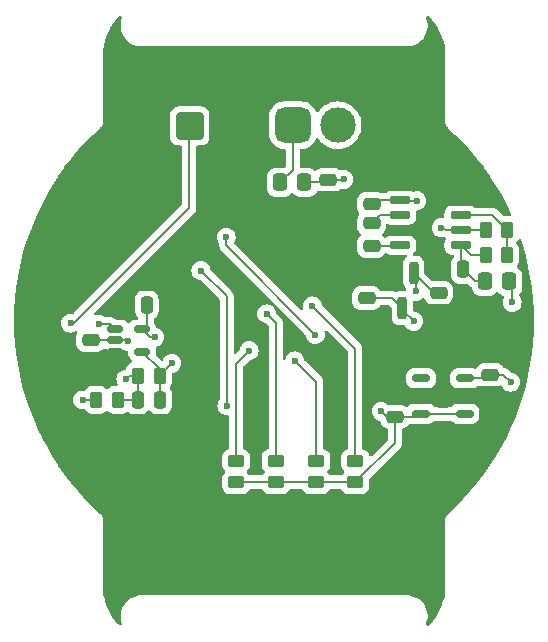
<source format=gbr>
%TF.GenerationSoftware,KiCad,Pcbnew,8.0.1*%
%TF.CreationDate,2024-08-07T16:32:43+02:00*%
%TF.ProjectId,TEP000,54455030-3030-42e6-9b69-6361645f7063,rev?*%
%TF.SameCoordinates,Original*%
%TF.FileFunction,Copper,L1,Top*%
%TF.FilePolarity,Positive*%
%FSLAX46Y46*%
G04 Gerber Fmt 4.6, Leading zero omitted, Abs format (unit mm)*
G04 Created by KiCad (PCBNEW 8.0.1) date 2024-08-07 16:32:43*
%MOMM*%
%LPD*%
G01*
G04 APERTURE LIST*
G04 Aperture macros list*
%AMRoundRect*
0 Rectangle with rounded corners*
0 $1 Rounding radius*
0 $2 $3 $4 $5 $6 $7 $8 $9 X,Y pos of 4 corners*
0 Add a 4 corners polygon primitive as box body*
4,1,4,$2,$3,$4,$5,$6,$7,$8,$9,$2,$3,0*
0 Add four circle primitives for the rounded corners*
1,1,$1+$1,$2,$3*
1,1,$1+$1,$4,$5*
1,1,$1+$1,$6,$7*
1,1,$1+$1,$8,$9*
0 Add four rect primitives between the rounded corners*
20,1,$1+$1,$2,$3,$4,$5,0*
20,1,$1+$1,$4,$5,$6,$7,0*
20,1,$1+$1,$6,$7,$8,$9,0*
20,1,$1+$1,$8,$9,$2,$3,0*%
%AMFreePoly0*
4,1,13,0.900000,0.500000,2.600000,0.500000,2.600000,-0.500000,0.900000,-0.500000,0.400000,-1.000000,-0.400000,-1.000000,-0.900000,-0.500000,-2.600000,-0.500000,-2.600000,0.500000,-0.900000,0.500000,-0.400000,1.000000,0.400000,1.000000,0.900000,0.500000,0.900000,0.500000,$1*%
G04 Aperture macros list end*
%TA.AperFunction,ComponentPad*%
%ADD10RoundRect,0.200100X0.949900X-0.949900X0.949900X0.949900X-0.949900X0.949900X-0.949900X-0.949900X0*%
%TD*%
%TA.AperFunction,ComponentPad*%
%ADD11C,2.500000*%
%TD*%
%TA.AperFunction,SMDPad,CuDef*%
%ADD12RoundRect,0.250000X0.450000X-0.262500X0.450000X0.262500X-0.450000X0.262500X-0.450000X-0.262500X0*%
%TD*%
%TA.AperFunction,SMDPad,CuDef*%
%ADD13RoundRect,0.250000X0.262500X0.450000X-0.262500X0.450000X-0.262500X-0.450000X0.262500X-0.450000X0*%
%TD*%
%TA.AperFunction,SMDPad,CuDef*%
%ADD14RoundRect,0.150000X-0.512500X-0.150000X0.512500X-0.150000X0.512500X0.150000X-0.512500X0.150000X0*%
%TD*%
%TA.AperFunction,SMDPad,CuDef*%
%ADD15RoundRect,0.250000X0.475000X-0.250000X0.475000X0.250000X-0.475000X0.250000X-0.475000X-0.250000X0*%
%TD*%
%TA.AperFunction,SMDPad,CuDef*%
%ADD16RoundRect,0.250000X0.250000X0.475000X-0.250000X0.475000X-0.250000X-0.475000X0.250000X-0.475000X0*%
%TD*%
%TA.AperFunction,SMDPad,CuDef*%
%ADD17RoundRect,0.175000X-0.575000X-0.175000X0.575000X-0.175000X0.575000X0.175000X-0.575000X0.175000X0*%
%TD*%
%TA.AperFunction,SMDPad,CuDef*%
%ADD18FreePoly0,0.000000*%
%TD*%
%TA.AperFunction,SMDPad,CuDef*%
%ADD19RoundRect,0.150000X-0.725000X-0.150000X0.725000X-0.150000X0.725000X0.150000X-0.725000X0.150000X0*%
%TD*%
%TA.AperFunction,SMDPad,CuDef*%
%ADD20RoundRect,0.250000X-0.475000X0.250000X-0.475000X-0.250000X0.475000X-0.250000X0.475000X0.250000X0*%
%TD*%
%TA.AperFunction,SMDPad,CuDef*%
%ADD21RoundRect,0.200000X-0.200000X0.750000X-0.200000X-0.750000X0.200000X-0.750000X0.200000X0.750000X0*%
%TD*%
%TA.AperFunction,SMDPad,CuDef*%
%ADD22RoundRect,0.250000X0.337500X0.475000X-0.337500X0.475000X-0.337500X-0.475000X0.337500X-0.475000X0*%
%TD*%
%TA.AperFunction,SMDPad,CuDef*%
%ADD23RoundRect,0.250000X-0.337500X-0.475000X0.337500X-0.475000X0.337500X0.475000X-0.337500X0.475000X0*%
%TD*%
%TA.AperFunction,ComponentPad*%
%ADD24RoundRect,0.750000X-0.750000X-0.750000X0.750000X-0.750000X0.750000X0.750000X-0.750000X0.750000X0*%
%TD*%
%TA.AperFunction,ComponentPad*%
%ADD25C,3.000000*%
%TD*%
%TA.AperFunction,ViaPad*%
%ADD26C,0.600000*%
%TD*%
%TA.AperFunction,Conductor*%
%ADD27C,0.200000*%
%TD*%
G04 APERTURE END LIST*
D10*
%TO.P,J1,1,In*%
%TO.N,Net-(J1-In)*%
X127254000Y-60426600D03*
D11*
%TO.P,J1,2,Ext*%
%TO.N,GND*%
X124714000Y-62966600D03*
X129794000Y-62966600D03*
X124714000Y-57886600D03*
X129794000Y-57886600D03*
%TD*%
D12*
%TO.P,R2,1*%
%TO.N,+5V*%
X141249400Y-90599900D03*
%TO.P,R2,2*%
%TO.N,Net-(D2-A)*%
X141249400Y-88774900D03*
%TD*%
D13*
%TO.P,R8,1*%
%TO.N,Net-(U2-FB)*%
X154110100Y-71374000D03*
%TO.P,R8,2*%
%TO.N,Net-(U2-OUT)*%
X152285100Y-71374000D03*
%TD*%
D14*
%TO.P,U1,1*%
%TO.N,Net-(C2-Pad2)*%
X120929400Y-77627400D03*
%TO.P,U1,2,V-*%
%TO.N,-3V3*%
X120929400Y-78577400D03*
%TO.P,U1,3,+*%
%TO.N,GND*%
X120929400Y-79527400D03*
%TO.P,U1,4,-*%
%TO.N,Net-(D5-A)*%
X123204400Y-79527400D03*
%TO.P,U1,5,V+*%
%TO.N,+3V3*%
X123204400Y-77627400D03*
%TD*%
D15*
%TO.P,C5,1*%
%TO.N,+5V*%
X142631200Y-67040800D03*
%TO.P,C5,2*%
%TO.N,GND*%
X142631200Y-65140800D03*
%TD*%
D12*
%TO.P,R3,1*%
%TO.N,+5V*%
X137947400Y-90599900D03*
%TO.P,R3,2*%
%TO.N,Net-(D3-A)*%
X137947400Y-88774900D03*
%TD*%
D16*
%TO.P,C2,1*%
%TO.N,Net-(D5-A)*%
X124739500Y-83612800D03*
%TO.P,C2,2*%
%TO.N,Net-(C2-Pad2)*%
X122839500Y-83612800D03*
%TD*%
D17*
%TO.P,U3,1,NC*%
%TO.N,unconnected-(U3-NC-Pad1)*%
X146816200Y-81798700D03*
D18*
%TO.P,U3,2,VSS*%
%TO.N,GND*%
X148666200Y-83298700D03*
D17*
%TO.P,U3,3,CE*%
%TO.N,+5V*%
X146816200Y-84798700D03*
%TO.P,U3,4,VIN*%
X150516200Y-84798700D03*
%TO.P,U3,5,VOUT*%
%TO.N,+3V3*%
X150516200Y-81798700D03*
%TD*%
D19*
%TO.P,U2,1,IN*%
%TO.N,+5V*%
X145034600Y-66700400D03*
%TO.P,U2,2,CAP+*%
%TO.N,Net-(U2-CAP+)*%
X145034600Y-67970400D03*
%TO.P,U2,3,GND*%
%TO.N,GND*%
X145034600Y-69240400D03*
%TO.P,U2,4,CAP-*%
%TO.N,Net-(U2-CAP-)*%
X145034600Y-70510400D03*
%TO.P,U2,5,OUT*%
%TO.N,Net-(U2-OUT)*%
X150184600Y-70510400D03*
%TO.P,U2,6,/SHDN*%
%TO.N,+5V*%
X150184600Y-69240400D03*
%TO.P,U2,7,FB*%
%TO.N,Net-(U2-FB)*%
X150184600Y-67970400D03*
%TO.P,U2,8,AGND*%
%TO.N,GND*%
X150184600Y-66700400D03*
%TD*%
D15*
%TO.P,C8,1*%
%TO.N,Net-(U4--IN)*%
X142216400Y-75000400D03*
%TO.P,C8,2*%
%TO.N,GND*%
X142216400Y-73100400D03*
%TD*%
D20*
%TO.P,C1,1*%
%TO.N,-3V3*%
X118861900Y-78573400D03*
%TO.P,C1,2*%
%TO.N,GND*%
X118861900Y-80473400D03*
%TD*%
D21*
%TO.P,U4,1,-VOUT*%
%TO.N,-3V3*%
X146187200Y-72845800D03*
%TO.P,U4,2,GND*%
%TO.N,GND*%
X144287200Y-72845800D03*
%TO.P,U4,3,-IN*%
%TO.N,Net-(U4--IN)*%
X145237200Y-75845800D03*
%TD*%
D15*
%TO.P,C6,1*%
%TO.N,+5V*%
X144622200Y-85048300D03*
%TO.P,C6,2*%
%TO.N,GND*%
X144622200Y-83148300D03*
%TD*%
D20*
%TO.P,C9,1*%
%TO.N,+3V3*%
X152674000Y-81471900D03*
%TO.P,C9,2*%
%TO.N,GND*%
X152674000Y-83371900D03*
%TD*%
D22*
%TO.P,FB1,1*%
%TO.N,+5V*%
X136952900Y-65201800D03*
%TO.P,FB1,2*%
%TO.N,Net-(J2-Pin_1)*%
X134877900Y-65201800D03*
%TD*%
D13*
%TO.P,R6,1*%
%TO.N,Net-(C2-Pad2)*%
X121146000Y-83612800D03*
%TO.P,R6,2*%
%TO.N,Net-(J1-In)*%
X119321000Y-83612800D03*
%TD*%
D16*
%TO.P,C7,1*%
%TO.N,Net-(U2-OUT)*%
X150388400Y-72567800D03*
%TO.P,C7,2*%
%TO.N,GND*%
X148488400Y-72567800D03*
%TD*%
D13*
%TO.P,R5,1*%
%TO.N,Net-(D5-A)*%
X124702000Y-81555400D03*
%TO.P,R5,2*%
%TO.N,Net-(C2-Pad2)*%
X122877000Y-81555400D03*
%TD*%
D23*
%TO.P,FB2,1*%
%TO.N,Net-(U2-OUT)*%
X152236300Y-73583800D03*
%TO.P,FB2,2*%
%TO.N,Net-(U4--IN)*%
X154311300Y-73583800D03*
%TD*%
D12*
%TO.P,R1,1*%
%TO.N,+5V*%
X134518400Y-90599900D03*
%TO.P,R1,2*%
%TO.N,Net-(D1-A)*%
X134518400Y-88774900D03*
%TD*%
D20*
%TO.P,C10,1*%
%TO.N,-3V3*%
X148310600Y-74538800D03*
%TO.P,C10,2*%
%TO.N,GND*%
X148310600Y-76438800D03*
%TD*%
%TO.P,C4,1*%
%TO.N,Net-(U2-CAP+)*%
X142631200Y-68671400D03*
%TO.P,C4,2*%
%TO.N,Net-(U2-CAP-)*%
X142631200Y-70571400D03*
%TD*%
D15*
%TO.P,C11,1*%
%TO.N,GND*%
X138963400Y-66863000D03*
%TO.P,C11,2*%
%TO.N,+5V*%
X138963400Y-64963000D03*
%TD*%
D12*
%TO.P,R4,1*%
%TO.N,+5V*%
X131165600Y-90599900D03*
%TO.P,R4,2*%
%TO.N,Net-(D4-A)*%
X131165600Y-88774900D03*
%TD*%
D24*
%TO.P,J2,1,Pin_1*%
%TO.N,Net-(J2-Pin_1)*%
X135966200Y-60350400D03*
D25*
%TO.P,J2,2,Pin_2*%
%TO.N,unconnected-(J2-Pin_2-Pad2)*%
X139776200Y-60350400D03*
%TO.P,J2,3,Pin_3*%
%TO.N,GND*%
X143586200Y-60350400D03*
%TD*%
D16*
%TO.P,C3,1*%
%TO.N,+3V3*%
X123596500Y-75586400D03*
%TO.P,C3,2*%
%TO.N,GND*%
X121696500Y-75586400D03*
%TD*%
D13*
%TO.P,R7,1*%
%TO.N,Net-(U2-FB)*%
X154135500Y-69240400D03*
%TO.P,R7,2*%
%TO.N,+5V*%
X152310500Y-69240400D03*
%TD*%
D26*
%TO.N,+5V*%
X143459200Y-84582000D03*
%TO.N,Net-(D5-A)*%
X130327400Y-69850000D03*
X137871200Y-78084200D03*
%TO.N,-3V3*%
X146354800Y-74422000D03*
X121996200Y-78663800D03*
%TO.N,Net-(J1-In)*%
X117144800Y-77114400D03*
X118160800Y-83616800D03*
%TO.N,+3V3*%
X124256800Y-78308200D03*
X154406600Y-82118200D03*
%TO.N,Net-(D2-A)*%
X137617200Y-75666600D03*
%TO.N,Net-(D3-A)*%
X136144000Y-80314800D03*
%TO.N,Net-(D1-A)*%
X133756400Y-76327000D03*
%TO.N,Net-(D4-A)*%
X132257800Y-79451200D03*
%TO.N,Net-(U4--IN)*%
X154533600Y-75361800D03*
X146202400Y-76962000D03*
%TO.N,+5V*%
X130378200Y-84124800D03*
X128193800Y-72669400D03*
X140258800Y-64947800D03*
X146456400Y-66751200D03*
X148539200Y-69037200D03*
%TO.N,Net-(D5-A)*%
X125730000Y-80518000D03*
%TO.N,Net-(C2-Pad2)*%
X121833700Y-81860200D03*
X119547700Y-77212000D03*
%TD*%
D27*
%TO.N,Net-(D5-A)*%
X130327400Y-70540400D02*
X137871200Y-78084200D01*
X130327400Y-69850000D02*
X130327400Y-70540400D01*
%TO.N,+5V*%
X143925500Y-85048300D02*
X143459200Y-84582000D01*
X144622200Y-85048300D02*
X143925500Y-85048300D01*
%TO.N,-3V3*%
X146354800Y-73013400D02*
X146187200Y-72845800D01*
X146354800Y-74422000D02*
X146354800Y-73013400D01*
X121909800Y-78577400D02*
X121996200Y-78663800D01*
X120929400Y-78577400D02*
X121909800Y-78577400D01*
%TO.N,Net-(J1-In)*%
X127177800Y-67360800D02*
X127177800Y-60350400D01*
X117144800Y-77114400D02*
X117424200Y-77114400D01*
X117424200Y-77114400D02*
X127177800Y-67360800D01*
X118164800Y-83612800D02*
X118160800Y-83616800D01*
X119321000Y-83612800D02*
X118164800Y-83612800D01*
%TO.N,Net-(U2-CAP-)*%
X144973600Y-70571400D02*
X145034600Y-70510400D01*
X142631200Y-70571400D02*
X144973600Y-70571400D01*
%TO.N,Net-(U2-CAP+)*%
X143332200Y-67970400D02*
X145034600Y-67970400D01*
X142631200Y-68671400D02*
X143332200Y-67970400D01*
%TO.N,Net-(U2-FB)*%
X154135500Y-69240400D02*
X154135500Y-71348600D01*
X154135500Y-71348600D02*
X154110100Y-71374000D01*
X152865500Y-67970400D02*
X154135500Y-69240400D01*
X150184600Y-67970400D02*
X152865500Y-67970400D01*
%TO.N,+3V3*%
X123885200Y-78308200D02*
X123204400Y-77627400D01*
X124256800Y-78308200D02*
X123885200Y-78308200D01*
X153760300Y-81471900D02*
X154406600Y-82118200D01*
X152674000Y-81471900D02*
X153760300Y-81471900D01*
X152347200Y-81798700D02*
X152674000Y-81471900D01*
X150516200Y-81798700D02*
X152347200Y-81798700D01*
%TO.N,+5V*%
X150516200Y-84798700D02*
X146816200Y-84798700D01*
X144622200Y-85048300D02*
X146566600Y-85048300D01*
X146566600Y-85048300D02*
X146816200Y-84798700D01*
X144622200Y-87227100D02*
X144622200Y-85048300D01*
X141249400Y-90599900D02*
X144622200Y-87227100D01*
X141249400Y-90599900D02*
X137947400Y-90599900D01*
X134518400Y-90599900D02*
X137947400Y-90599900D01*
X131165600Y-90599900D02*
X134518400Y-90599900D01*
%TO.N,Net-(D2-A)*%
X141249400Y-79298800D02*
X137617200Y-75666600D01*
X141249400Y-88774900D02*
X141249400Y-79298800D01*
%TO.N,Net-(D3-A)*%
X137947400Y-82118200D02*
X136144000Y-80314800D01*
X137947400Y-88774900D02*
X137947400Y-82118200D01*
%TO.N,Net-(D1-A)*%
X134518400Y-77089000D02*
X133756400Y-76327000D01*
X134518400Y-88774900D02*
X134518400Y-77089000D01*
%TO.N,Net-(D4-A)*%
X131165600Y-80543400D02*
X132257800Y-79451200D01*
X131165600Y-88774900D02*
X131165600Y-80543400D01*
%TO.N,Net-(U4--IN)*%
X154533600Y-73806100D02*
X154311300Y-73583800D01*
X154533600Y-75361800D02*
X154533600Y-73806100D01*
X145237200Y-75996800D02*
X146202400Y-76962000D01*
X145237200Y-75845800D02*
X145237200Y-75996800D01*
%TO.N,-3V3*%
X147880200Y-74538800D02*
X148310600Y-74538800D01*
X146187200Y-72845800D02*
X147880200Y-74538800D01*
%TO.N,+5V*%
X130378200Y-84124800D02*
X130378200Y-74853800D01*
X130378200Y-74853800D02*
X128193800Y-72669400D01*
X140243600Y-64963000D02*
X140258800Y-64947800D01*
X138963400Y-64963000D02*
X140243600Y-64963000D01*
X136952900Y-65201800D02*
X138724600Y-65201800D01*
X138724600Y-65201800D02*
X138963400Y-64963000D01*
%TO.N,Net-(J2-Pin_1)*%
X135966200Y-64113500D02*
X134877900Y-65201800D01*
X135966200Y-60350400D02*
X135966200Y-64113500D01*
%TO.N,+5V*%
X142971600Y-66700400D02*
X142631200Y-67040800D01*
X145034600Y-66700400D02*
X142971600Y-66700400D01*
X146456400Y-66751200D02*
X145085400Y-66751200D01*
X145085400Y-66751200D02*
X145034600Y-66700400D01*
X148793200Y-69138800D02*
X148640800Y-69138800D01*
X148640800Y-69138800D02*
X148539200Y-69037200D01*
X148894800Y-69240400D02*
X148793200Y-69138800D01*
X150184600Y-69240400D02*
X148894800Y-69240400D01*
X152310500Y-69240400D02*
X150184600Y-69240400D01*
%TO.N,Net-(U2-OUT)*%
X150184600Y-72364000D02*
X150388400Y-72567800D01*
X150184600Y-70510400D02*
X150184600Y-72364000D01*
X151048200Y-71374000D02*
X150184600Y-70510400D01*
X152285100Y-71374000D02*
X151048200Y-71374000D01*
X151404400Y-73583800D02*
X150388400Y-72567800D01*
X152236300Y-73583800D02*
X151404400Y-73583800D01*
%TO.N,Net-(U4--IN)*%
X144376600Y-75000400D02*
X145222000Y-75845800D01*
X142216400Y-75000400D02*
X144376600Y-75000400D01*
%TO.N,Net-(D5-A)*%
X125730000Y-80527400D02*
X124702000Y-81555400D01*
X125730000Y-80518000D02*
X125730000Y-80527400D01*
%TO.N,Net-(C2-Pad2)*%
X122839500Y-83612800D02*
X121146000Y-83612800D01*
%TO.N,+3V3*%
X123596500Y-77235300D02*
X123204400Y-77627400D01*
X123596500Y-75586400D02*
X123596500Y-77235300D01*
%TO.N,-3V3*%
X120925400Y-78573400D02*
X120929400Y-78577400D01*
X118861900Y-78573400D02*
X120925400Y-78573400D01*
%TO.N,Net-(C2-Pad2)*%
X119547700Y-77212000D02*
X120514000Y-77212000D01*
X122138500Y-81555400D02*
X121833700Y-81860200D01*
X122877000Y-81555400D02*
X122138500Y-81555400D01*
X120514000Y-77212000D02*
X120929400Y-77627400D01*
X122877000Y-83575300D02*
X122839500Y-83612800D01*
X122877000Y-81555400D02*
X122877000Y-83575300D01*
%TO.N,Net-(D5-A)*%
X124702000Y-83575300D02*
X124739500Y-83612800D01*
X124702000Y-81555400D02*
X124702000Y-83575300D01*
X124702000Y-81025000D02*
X124702000Y-81555400D01*
X123204400Y-79527400D02*
X124702000Y-81025000D01*
%TD*%
%TA.AperFunction,Conductor*%
%TO.N,GND*%
G36*
X121427939Y-51124032D02*
G01*
X121481993Y-51168303D01*
X121503531Y-51234770D01*
X121492375Y-51289720D01*
X121485674Y-51304392D01*
X121415129Y-51544646D01*
X121415126Y-51544657D01*
X121379492Y-51792502D01*
X121379492Y-52042897D01*
X121415126Y-52290742D01*
X121415129Y-52290753D01*
X121485674Y-52531007D01*
X121589685Y-52758760D01*
X121589694Y-52758777D01*
X121725066Y-52969419D01*
X121725072Y-52969426D01*
X121889040Y-53158657D01*
X121889042Y-53158659D01*
X122078273Y-53322627D01*
X122078280Y-53322633D01*
X122288922Y-53458005D01*
X122288939Y-53458014D01*
X122516692Y-53562025D01*
X122516696Y-53562026D01*
X122516698Y-53562027D01*
X122756952Y-53632572D01*
X122756954Y-53632572D01*
X122756957Y-53632573D01*
X122805851Y-53639602D01*
X123004801Y-53668208D01*
X123004802Y-53668208D01*
X145703859Y-53668208D01*
X145704104Y-53668192D01*
X145755195Y-53668192D01*
X145755198Y-53668192D01*
X145958625Y-53638943D01*
X146003039Y-53632558D01*
X146003040Y-53632557D01*
X146003044Y-53632557D01*
X146243297Y-53562012D01*
X146243300Y-53562010D01*
X146243302Y-53562010D01*
X146471052Y-53458000D01*
X146471056Y-53457997D01*
X146471064Y-53457994D01*
X146681710Y-53322620D01*
X146870946Y-53158646D01*
X147034920Y-52969410D01*
X147170294Y-52758764D01*
X147170297Y-52758756D01*
X147170300Y-52758752D01*
X147274310Y-52531002D01*
X147274310Y-52531000D01*
X147274312Y-52530997D01*
X147344857Y-52290744D01*
X147380492Y-52042898D01*
X147380492Y-51792502D01*
X147344857Y-51544656D01*
X147274312Y-51304403D01*
X147269566Y-51294012D01*
X147267604Y-51289714D01*
X147257661Y-51220555D01*
X147286687Y-51157000D01*
X147345466Y-51119226D01*
X147415335Y-51119227D01*
X147464170Y-51146780D01*
X147557632Y-51232423D01*
X147565270Y-51240060D01*
X147726655Y-51416181D01*
X147823159Y-51521497D01*
X147830108Y-51529780D01*
X147841524Y-51544657D01*
X148062472Y-51832602D01*
X148068677Y-51841463D01*
X148273771Y-52163397D01*
X148279179Y-52172765D01*
X148455427Y-52511335D01*
X148459996Y-52521132D01*
X148606071Y-52873792D01*
X148609768Y-52883948D01*
X148724548Y-53247986D01*
X148727347Y-53258433D01*
X148809964Y-53631093D01*
X148809965Y-53631095D01*
X148811843Y-53641749D01*
X148861664Y-54020179D01*
X148862607Y-54030956D01*
X148879382Y-54415197D01*
X148879500Y-54420605D01*
X148879500Y-60082607D01*
X148876875Y-60107987D01*
X148876609Y-60109257D01*
X148876609Y-60109259D01*
X148879308Y-60157688D01*
X148879500Y-60164588D01*
X148879500Y-60213096D01*
X148879837Y-60214352D01*
X148883869Y-60239536D01*
X148883941Y-60240839D01*
X148899080Y-60286913D01*
X148901050Y-60293523D01*
X148913608Y-60340388D01*
X148913610Y-60340392D01*
X148914262Y-60341521D01*
X148924668Y-60364787D01*
X148925079Y-60366037D01*
X148925081Y-60366042D01*
X148951639Y-60406644D01*
X148955253Y-60412520D01*
X148979497Y-60454511D01*
X148979498Y-60454512D01*
X148979500Y-60454515D01*
X148980415Y-60455430D01*
X148996506Y-60475233D01*
X148997220Y-60476324D01*
X148997224Y-60476328D01*
X149033383Y-60508669D01*
X149038398Y-60513413D01*
X149072684Y-60547700D01*
X149079129Y-60552645D01*
X149078880Y-60552969D01*
X149091068Y-60561992D01*
X149720830Y-61149562D01*
X149724568Y-61153199D01*
X150370177Y-61808448D01*
X150373757Y-61812238D01*
X150879429Y-62370583D01*
X150991251Y-62494052D01*
X150994669Y-62497990D01*
X151582932Y-63205136D01*
X151586182Y-63209213D01*
X152144231Y-63940511D01*
X152147306Y-63944722D01*
X152674095Y-64698803D01*
X152676991Y-64703140D01*
X153171611Y-65478701D01*
X153174322Y-65483155D01*
X153635909Y-66278839D01*
X153638430Y-66283403D01*
X154066153Y-67097782D01*
X154068480Y-67102448D01*
X154427942Y-67862908D01*
X154438795Y-67931930D01*
X154410609Y-67995862D01*
X154352333Y-68034407D01*
X154315835Y-68039900D01*
X153835597Y-68039900D01*
X153768558Y-68020215D01*
X153747916Y-68003581D01*
X153353090Y-67608755D01*
X153353088Y-67608752D01*
X153234217Y-67489881D01*
X153234209Y-67489875D01*
X153110643Y-67418535D01*
X153110640Y-67418534D01*
X153110631Y-67418529D01*
X153097285Y-67410823D01*
X152944557Y-67369899D01*
X152786443Y-67369899D01*
X152778847Y-67369899D01*
X152778831Y-67369900D01*
X151430408Y-67369900D01*
X151363369Y-67350215D01*
X151342726Y-67333580D01*
X151311470Y-67302323D01*
X151311462Y-67302317D01*
X151169996Y-67218655D01*
X151169993Y-67218654D01*
X151012173Y-67172802D01*
X151012167Y-67172801D01*
X150975301Y-67169900D01*
X150975294Y-67169900D01*
X149393906Y-67169900D01*
X149393898Y-67169900D01*
X149357032Y-67172801D01*
X149357026Y-67172802D01*
X149199206Y-67218654D01*
X149199203Y-67218655D01*
X149057737Y-67302317D01*
X149057729Y-67302323D01*
X148941523Y-67418529D01*
X148941519Y-67418535D01*
X148857855Y-67560003D01*
X148857854Y-67560006D01*
X148812002Y-67717826D01*
X148812001Y-67717832D01*
X148809100Y-67754698D01*
X148809100Y-68123288D01*
X148789415Y-68190327D01*
X148736611Y-68236082D01*
X148671218Y-68246508D01*
X148539205Y-68231635D01*
X148539196Y-68231635D01*
X148359950Y-68251830D01*
X148359945Y-68251831D01*
X148189676Y-68311411D01*
X148036937Y-68407384D01*
X147909384Y-68534937D01*
X147813411Y-68687676D01*
X147753831Y-68857945D01*
X147753830Y-68857950D01*
X147733635Y-69037196D01*
X147733635Y-69037203D01*
X147753830Y-69216449D01*
X147753831Y-69216454D01*
X147813411Y-69386723D01*
X147893457Y-69514114D01*
X147909384Y-69539462D01*
X148036938Y-69667016D01*
X148109804Y-69712801D01*
X148135091Y-69728690D01*
X148189678Y-69762989D01*
X148347422Y-69818186D01*
X148359945Y-69822568D01*
X148359950Y-69822569D01*
X148539196Y-69842765D01*
X148539200Y-69842765D01*
X148539202Y-69842765D01*
X148571573Y-69839117D01*
X148715469Y-69822904D01*
X148761443Y-69826350D01*
X148823594Y-69843004D01*
X148822903Y-69845579D01*
X148874772Y-69868519D01*
X148913249Y-69926840D01*
X148914086Y-69996705D01*
X148901431Y-70026319D01*
X148857857Y-70099999D01*
X148857854Y-70100006D01*
X148812002Y-70257826D01*
X148812001Y-70257832D01*
X148809100Y-70294698D01*
X148809100Y-70726101D01*
X148812001Y-70762967D01*
X148812002Y-70762973D01*
X148857854Y-70920793D01*
X148857855Y-70920796D01*
X148941517Y-71062262D01*
X148941523Y-71062270D01*
X149057729Y-71178476D01*
X149057733Y-71178479D01*
X149057735Y-71178481D01*
X149199202Y-71262144D01*
X149240824Y-71274236D01*
X149357026Y-71307997D01*
X149357029Y-71307997D01*
X149357031Y-71307998D01*
X149393906Y-71310900D01*
X149460100Y-71310900D01*
X149527139Y-71330585D01*
X149572894Y-71383389D01*
X149584100Y-71434900D01*
X149584100Y-71534370D01*
X149564415Y-71601409D01*
X149547781Y-71622051D01*
X149545689Y-71624142D01*
X149453587Y-71773463D01*
X149453586Y-71773466D01*
X149398401Y-71940003D01*
X149398401Y-71940004D01*
X149398400Y-71940004D01*
X149387900Y-72042783D01*
X149387900Y-73092801D01*
X149387901Y-73092819D01*
X149398400Y-73195596D01*
X149398401Y-73195599D01*
X149432737Y-73299216D01*
X149453586Y-73362134D01*
X149545688Y-73511456D01*
X149669744Y-73635512D01*
X149819066Y-73727614D01*
X149985603Y-73782799D01*
X150088391Y-73793300D01*
X150688408Y-73793299D01*
X150698976Y-73792219D01*
X150767668Y-73804987D01*
X150799261Y-73827896D01*
X150919539Y-73948174D01*
X150919549Y-73948185D01*
X150923879Y-73952515D01*
X150923880Y-73952516D01*
X151035684Y-74064320D01*
X151095614Y-74098920D01*
X151143830Y-74149487D01*
X151156973Y-74193705D01*
X151158800Y-74211589D01*
X151158801Y-74211597D01*
X151213985Y-74378131D01*
X151213987Y-74378136D01*
X151228530Y-74401714D01*
X151306088Y-74527456D01*
X151430144Y-74651512D01*
X151579466Y-74743614D01*
X151746003Y-74798799D01*
X151848791Y-74809300D01*
X152623808Y-74809299D01*
X152623816Y-74809298D01*
X152623819Y-74809298D01*
X152680102Y-74803548D01*
X152726597Y-74798799D01*
X152893134Y-74743614D01*
X153042456Y-74651512D01*
X153166512Y-74527456D01*
X153168261Y-74524619D01*
X153169969Y-74523083D01*
X153170993Y-74521789D01*
X153171214Y-74521963D01*
X153220206Y-74477896D01*
X153289168Y-74466672D01*
X153353251Y-74494513D01*
X153379337Y-74524617D01*
X153381088Y-74527456D01*
X153505144Y-74651512D01*
X153654466Y-74743614D01*
X153770965Y-74782218D01*
X153828409Y-74821989D01*
X153855232Y-74886505D01*
X153842917Y-74955281D01*
X153836955Y-74965893D01*
X153807811Y-75012275D01*
X153748231Y-75182545D01*
X153748230Y-75182550D01*
X153728035Y-75361796D01*
X153728035Y-75361803D01*
X153748230Y-75541049D01*
X153748231Y-75541054D01*
X153807811Y-75711323D01*
X153812671Y-75719057D01*
X153903784Y-75864062D01*
X154031338Y-75991616D01*
X154184078Y-76087589D01*
X154308991Y-76131298D01*
X154354345Y-76147168D01*
X154354350Y-76147169D01*
X154533596Y-76167365D01*
X154533600Y-76167365D01*
X154533604Y-76167365D01*
X154712849Y-76147169D01*
X154712852Y-76147168D01*
X154712855Y-76147168D01*
X154883122Y-76087589D01*
X155035862Y-75991616D01*
X155163416Y-75864062D01*
X155259389Y-75711322D01*
X155318968Y-75541055D01*
X155326567Y-75473612D01*
X155339165Y-75361803D01*
X155339165Y-75361796D01*
X155318969Y-75182550D01*
X155318968Y-75182545D01*
X155306806Y-75147788D01*
X155259389Y-75012278D01*
X155252137Y-75000737D01*
X155204085Y-74924262D01*
X155163416Y-74859538D01*
X155163414Y-74859536D01*
X155163413Y-74859534D01*
X155161150Y-74856696D01*
X155160259Y-74854515D01*
X155159711Y-74853642D01*
X155159864Y-74853545D01*
X155134744Y-74792009D01*
X155134100Y-74779387D01*
X155134100Y-74686230D01*
X155153785Y-74619191D01*
X155170419Y-74598549D01*
X155197076Y-74571892D01*
X155241512Y-74527456D01*
X155333614Y-74378134D01*
X155388799Y-74211597D01*
X155399300Y-74108809D01*
X155399299Y-73058792D01*
X155388799Y-72956003D01*
X155333614Y-72789466D01*
X155241512Y-72640144D01*
X155117456Y-72516088D01*
X155012946Y-72451626D01*
X154966223Y-72399679D01*
X154955000Y-72330716D01*
X154972504Y-72280994D01*
X155057414Y-72143334D01*
X155112599Y-71976797D01*
X155123100Y-71874009D01*
X155123099Y-70873992D01*
X155122834Y-70871401D01*
X155112599Y-70771203D01*
X155112598Y-70771200D01*
X155109872Y-70762973D01*
X155057414Y-70604666D01*
X154965312Y-70455344D01*
X154917549Y-70407581D01*
X154884064Y-70346258D01*
X154889048Y-70276566D01*
X154917549Y-70232219D01*
X154950250Y-70199518D01*
X154990712Y-70159056D01*
X155059474Y-70047573D01*
X155111420Y-70000850D01*
X155180383Y-69989627D01*
X155244465Y-70017470D01*
X155282895Y-70074206D01*
X155432362Y-70532279D01*
X155433875Y-70537270D01*
X155682194Y-71422972D01*
X155683496Y-71428020D01*
X155894371Y-72323418D01*
X155895459Y-72328518D01*
X156068497Y-73231957D01*
X156069370Y-73237098D01*
X156204274Y-74147022D01*
X156204930Y-74152194D01*
X156301462Y-75066988D01*
X156301900Y-75072184D01*
X156359886Y-75990205D01*
X156360106Y-75995415D01*
X156379447Y-76915101D01*
X156379447Y-76920315D01*
X156360106Y-77840001D01*
X156359886Y-77845211D01*
X156301900Y-78763235D01*
X156301462Y-78768431D01*
X156204931Y-79683219D01*
X156204275Y-79688391D01*
X156069370Y-80598318D01*
X156068497Y-80603459D01*
X155895458Y-81506903D01*
X155894370Y-81512002D01*
X155683499Y-82407390D01*
X155682197Y-82412439D01*
X155433876Y-83298146D01*
X155432363Y-83303137D01*
X155147019Y-84177637D01*
X155145298Y-84182558D01*
X154823444Y-85044284D01*
X154821517Y-85049130D01*
X154463726Y-85896549D01*
X154461598Y-85901309D01*
X154068481Y-86732968D01*
X154066154Y-86737634D01*
X153638432Y-87552014D01*
X153635911Y-87556578D01*
X153174324Y-88352262D01*
X153171613Y-88356716D01*
X152676992Y-89132277D01*
X152674096Y-89136614D01*
X152147299Y-89890707D01*
X152144224Y-89894917D01*
X151586193Y-90626192D01*
X151582943Y-90630270D01*
X150994671Y-91337427D01*
X150991253Y-91341365D01*
X150373748Y-92023192D01*
X150370167Y-92026982D01*
X149724580Y-92682206D01*
X149720844Y-92685843D01*
X149091077Y-93273419D01*
X149078882Y-93282448D01*
X149079130Y-93282770D01*
X149072685Y-93287715D01*
X149038394Y-93322005D01*
X149033384Y-93326744D01*
X148997218Y-93359093D01*
X148997217Y-93359094D01*
X148996498Y-93360194D01*
X148980431Y-93379968D01*
X148979505Y-93380893D01*
X148979500Y-93380900D01*
X148955243Y-93422912D01*
X148951631Y-93428785D01*
X148925078Y-93469379D01*
X148925077Y-93469382D01*
X148924667Y-93470630D01*
X148914266Y-93493888D01*
X148913610Y-93495024D01*
X148913604Y-93495037D01*
X148901052Y-93541883D01*
X148899082Y-93548493D01*
X148883942Y-93594571D01*
X148883941Y-93594576D01*
X148883869Y-93595879D01*
X148879837Y-93621061D01*
X148879501Y-93622314D01*
X148879500Y-93622323D01*
X148879500Y-93670826D01*
X148879308Y-93677725D01*
X148876609Y-93726155D01*
X148876609Y-93726157D01*
X148876875Y-93727428D01*
X148879500Y-93752806D01*
X148879500Y-99415000D01*
X148879382Y-99420409D01*
X148862613Y-99804457D01*
X148861670Y-99815233D01*
X148811848Y-100193663D01*
X148809970Y-100204316D01*
X148727354Y-100576975D01*
X148724554Y-100587425D01*
X148609772Y-100951464D01*
X148606072Y-100961629D01*
X148460000Y-101314277D01*
X148455428Y-101324081D01*
X148279177Y-101662655D01*
X148273768Y-101672023D01*
X148068687Y-101993934D01*
X148062483Y-102002795D01*
X147830103Y-102305638D01*
X147823149Y-102313925D01*
X147565287Y-102595332D01*
X147557638Y-102602982D01*
X147464164Y-102688634D01*
X147401438Y-102719412D01*
X147332030Y-102711392D01*
X147277977Y-102667120D01*
X147256439Y-102600653D01*
X147267598Y-102545697D01*
X147274312Y-102530997D01*
X147344857Y-102290744D01*
X147380492Y-102042898D01*
X147380492Y-101792502D01*
X147344857Y-101544656D01*
X147274312Y-101304403D01*
X147274310Y-101304398D01*
X147274310Y-101304397D01*
X147170300Y-101076647D01*
X147170291Y-101076631D01*
X147034920Y-100865990D01*
X146870946Y-100676753D01*
X146681709Y-100512779D01*
X146471068Y-100377408D01*
X146471052Y-100377399D01*
X146243302Y-100273389D01*
X146003049Y-100202844D01*
X146003039Y-100202841D01*
X145800629Y-100173740D01*
X145755198Y-100167208D01*
X145755196Y-100167208D01*
X123181378Y-100167208D01*
X123181324Y-100167192D01*
X123130000Y-100167192D01*
X123004801Y-100167192D01*
X122979792Y-100170787D01*
X122756957Y-100202826D01*
X122756946Y-100202829D01*
X122516692Y-100273374D01*
X122288939Y-100377385D01*
X122288922Y-100377394D01*
X122078280Y-100512766D01*
X122078273Y-100512772D01*
X121889042Y-100676740D01*
X121889040Y-100676742D01*
X121725072Y-100865973D01*
X121725066Y-100865980D01*
X121589694Y-101076622D01*
X121589685Y-101076639D01*
X121485674Y-101304392D01*
X121415129Y-101544646D01*
X121415126Y-101544657D01*
X121379492Y-101792502D01*
X121379492Y-102042897D01*
X121415126Y-102290742D01*
X121415129Y-102290753D01*
X121458481Y-102438395D01*
X121485673Y-102531002D01*
X121492381Y-102545691D01*
X121502325Y-102614848D01*
X121473301Y-102678404D01*
X121414523Y-102716179D01*
X121344653Y-102716179D01*
X121295815Y-102688625D01*
X121202356Y-102602987D01*
X121194712Y-102595343D01*
X120936839Y-102313924D01*
X120929890Y-102305643D01*
X120697510Y-102002800D01*
X120691306Y-101993939D01*
X120592826Y-101839357D01*
X120486222Y-101672023D01*
X120480815Y-101662659D01*
X120480813Y-101662655D01*
X120304561Y-101324078D01*
X120299992Y-101314281D01*
X120153914Y-100961617D01*
X120150225Y-100951482D01*
X120035436Y-100587418D01*
X120032642Y-100576993D01*
X119950019Y-100204309D01*
X119948143Y-100193664D01*
X119935636Y-100098663D01*
X119898319Y-99815213D01*
X119897379Y-99804479D01*
X119880618Y-99420593D01*
X119880500Y-99415184D01*
X119880500Y-93752807D01*
X119883125Y-93727429D01*
X119883125Y-93727428D01*
X119883391Y-93726157D01*
X119880692Y-93677725D01*
X119880500Y-93670827D01*
X119880500Y-93622326D01*
X119880500Y-93622324D01*
X119880162Y-93621061D01*
X119876130Y-93595870D01*
X119876058Y-93594577D01*
X119875257Y-93592139D01*
X119860917Y-93548498D01*
X119858945Y-93541883D01*
X119846392Y-93495030D01*
X119845741Y-93493902D01*
X119835322Y-93470602D01*
X119834920Y-93469380D01*
X119834920Y-93469379D01*
X119808364Y-93428780D01*
X119804755Y-93422913D01*
X119780500Y-93380902D01*
X119779583Y-93379985D01*
X119763493Y-93360183D01*
X119763447Y-93360114D01*
X119762780Y-93359093D01*
X119762775Y-93359089D01*
X119762774Y-93359087D01*
X119726615Y-93326745D01*
X119721600Y-93322002D01*
X119687316Y-93287718D01*
X119687314Y-93287716D01*
X119687311Y-93287714D01*
X119680871Y-93282772D01*
X119681119Y-93282447D01*
X119668931Y-93273425D01*
X119039169Y-92685854D01*
X119035432Y-92682217D01*
X119035421Y-92682206D01*
X118389823Y-92026968D01*
X118386243Y-92023178D01*
X118197959Y-91815282D01*
X117768738Y-91341353D01*
X117765362Y-91337465D01*
X117177044Y-90630251D01*
X117173809Y-90626191D01*
X116615756Y-89894888D01*
X116612703Y-89890706D01*
X116597359Y-89868742D01*
X116123338Y-89190196D01*
X116085906Y-89136613D01*
X116083010Y-89132276D01*
X115588390Y-88356715D01*
X115585679Y-88352261D01*
X115281308Y-87827586D01*
X115124085Y-87556565D01*
X115121571Y-87552013D01*
X114992443Y-87306155D01*
X114839359Y-87014683D01*
X114693849Y-86737633D01*
X114691522Y-86732967D01*
X114409760Y-86136885D01*
X114298396Y-85901288D01*
X114296286Y-85896568D01*
X113938483Y-85049122D01*
X113936561Y-85044289D01*
X113614695Y-84182530D01*
X113612984Y-84177637D01*
X113327636Y-83303119D01*
X113326137Y-83298177D01*
X113077808Y-82412439D01*
X113076507Y-82407395D01*
X113076059Y-82405494D01*
X112865628Y-81511981D01*
X112864544Y-81506898D01*
X112842616Y-81392411D01*
X112691504Y-80603444D01*
X112690634Y-80598318D01*
X112671817Y-80471401D01*
X112555729Y-79688391D01*
X112555073Y-79683219D01*
X112540755Y-79547535D01*
X112458539Y-78768396D01*
X112458106Y-78763265D01*
X112400116Y-77845184D01*
X112399899Y-77840027D01*
X112384639Y-77114403D01*
X116339235Y-77114403D01*
X116359430Y-77293649D01*
X116359431Y-77293654D01*
X116419011Y-77463923D01*
X116503534Y-77598440D01*
X116514984Y-77616662D01*
X116642538Y-77744216D01*
X116650690Y-77749338D01*
X116794978Y-77840001D01*
X116795278Y-77840189D01*
X116836874Y-77854744D01*
X116965545Y-77899768D01*
X116965550Y-77899769D01*
X117144796Y-77919965D01*
X117144800Y-77919965D01*
X117144804Y-77919965D01*
X117324049Y-77899769D01*
X117324052Y-77899768D01*
X117324055Y-77899768D01*
X117494322Y-77840189D01*
X117494622Y-77840001D01*
X117547258Y-77806927D01*
X117614495Y-77787926D01*
X117681330Y-77808293D01*
X117726544Y-77861561D01*
X117735783Y-77930817D01*
X117718770Y-77977016D01*
X117702086Y-78004066D01*
X117646901Y-78170603D01*
X117646901Y-78170604D01*
X117646900Y-78170604D01*
X117636400Y-78273383D01*
X117636400Y-78873401D01*
X117636401Y-78873419D01*
X117646900Y-78976196D01*
X117646901Y-78976199D01*
X117688481Y-79101676D01*
X117702086Y-79142734D01*
X117794188Y-79292056D01*
X117918244Y-79416112D01*
X118067566Y-79508214D01*
X118234103Y-79563399D01*
X118336891Y-79573900D01*
X119386908Y-79573899D01*
X119386916Y-79573898D01*
X119386919Y-79573898D01*
X119443202Y-79568148D01*
X119489697Y-79563399D01*
X119656234Y-79508214D01*
X119805556Y-79416112D01*
X119922614Y-79299053D01*
X119983933Y-79265571D01*
X120053625Y-79270555D01*
X120073408Y-79280002D01*
X120156502Y-79329144D01*
X120198124Y-79341236D01*
X120314326Y-79374997D01*
X120314329Y-79374997D01*
X120314331Y-79374998D01*
X120351206Y-79377900D01*
X120351214Y-79377900D01*
X121507586Y-79377900D01*
X121507594Y-79377900D01*
X121544469Y-79374998D01*
X121545023Y-79374837D01*
X121545347Y-79374837D01*
X121550702Y-79373860D01*
X121550883Y-79374852D01*
X121614890Y-79375026D01*
X121645605Y-79388915D01*
X121646678Y-79389589D01*
X121769782Y-79432665D01*
X121816945Y-79449168D01*
X121816950Y-79449169D01*
X121931283Y-79462051D01*
X121995697Y-79489117D01*
X122035252Y-79546712D01*
X122041400Y-79585271D01*
X122041400Y-79743101D01*
X122044301Y-79779967D01*
X122044302Y-79779973D01*
X122090154Y-79937793D01*
X122090155Y-79937796D01*
X122173817Y-80079262D01*
X122173823Y-80079270D01*
X122290029Y-80195476D01*
X122290038Y-80195483D01*
X122302683Y-80202961D01*
X122350368Y-80254029D01*
X122362873Y-80322771D01*
X122336228Y-80387361D01*
X122300464Y-80415418D01*
X122301313Y-80416795D01*
X122295167Y-80420585D01*
X122295166Y-80420586D01*
X122255520Y-80445040D01*
X122145842Y-80512689D01*
X122021789Y-80636742D01*
X121929687Y-80786063D01*
X121929685Y-80786068D01*
X121874501Y-80952601D01*
X121873083Y-80959228D01*
X121871661Y-80958923D01*
X121848183Y-81016447D01*
X121790997Y-81056591D01*
X121765115Y-81062361D01*
X121654450Y-81074830D01*
X121484178Y-81134410D01*
X121331437Y-81230384D01*
X121203884Y-81357937D01*
X121107911Y-81510676D01*
X121048331Y-81680945D01*
X121048330Y-81680950D01*
X121028135Y-81860196D01*
X121028135Y-81860203D01*
X121048330Y-82039449D01*
X121048331Y-82039454D01*
X121107910Y-82209721D01*
X121115831Y-82222326D01*
X121134832Y-82289563D01*
X121114465Y-82356398D01*
X121061198Y-82401613D01*
X121010839Y-82412300D01*
X120833499Y-82412300D01*
X120833480Y-82412301D01*
X120730703Y-82422800D01*
X120730700Y-82422801D01*
X120564168Y-82477985D01*
X120564163Y-82477987D01*
X120414842Y-82570089D01*
X120321181Y-82663751D01*
X120259858Y-82697236D01*
X120190166Y-82692252D01*
X120145819Y-82663751D01*
X120052157Y-82570089D01*
X120052156Y-82570088D01*
X119953680Y-82509348D01*
X119902836Y-82477987D01*
X119902831Y-82477985D01*
X119890974Y-82474056D01*
X119736297Y-82422801D01*
X119736295Y-82422800D01*
X119633510Y-82412300D01*
X119008498Y-82412300D01*
X119008480Y-82412301D01*
X118905703Y-82422800D01*
X118905700Y-82422801D01*
X118739168Y-82477985D01*
X118739163Y-82477987D01*
X118589842Y-82570089D01*
X118465788Y-82694143D01*
X118465785Y-82694147D01*
X118419721Y-82768829D01*
X118367773Y-82815554D01*
X118300300Y-82826952D01*
X118160804Y-82811235D01*
X118160796Y-82811235D01*
X117981550Y-82831430D01*
X117981545Y-82831431D01*
X117811276Y-82891011D01*
X117658537Y-82986984D01*
X117530984Y-83114537D01*
X117435011Y-83267276D01*
X117375431Y-83437545D01*
X117375430Y-83437550D01*
X117355235Y-83616796D01*
X117355235Y-83616803D01*
X117375430Y-83796049D01*
X117375431Y-83796054D01*
X117435011Y-83966323D01*
X117511498Y-84088051D01*
X117530984Y-84119062D01*
X117658538Y-84246616D01*
X117730879Y-84292071D01*
X117797164Y-84333721D01*
X117811278Y-84342589D01*
X117943719Y-84388932D01*
X117981545Y-84402168D01*
X117981550Y-84402169D01*
X118160796Y-84422365D01*
X118160800Y-84422365D01*
X118160804Y-84422365D01*
X118304914Y-84406128D01*
X118373736Y-84418183D01*
X118424335Y-84464250D01*
X118465788Y-84531456D01*
X118589844Y-84655512D01*
X118739166Y-84747614D01*
X118905703Y-84802799D01*
X119008491Y-84813300D01*
X119633508Y-84813299D01*
X119633516Y-84813298D01*
X119633519Y-84813298D01*
X119689802Y-84807548D01*
X119736297Y-84802799D01*
X119902834Y-84747614D01*
X120052156Y-84655512D01*
X120145819Y-84561849D01*
X120207142Y-84528364D01*
X120276834Y-84533348D01*
X120321181Y-84561849D01*
X120414844Y-84655512D01*
X120564166Y-84747614D01*
X120730703Y-84802799D01*
X120833491Y-84813300D01*
X121458508Y-84813299D01*
X121458516Y-84813298D01*
X121458519Y-84813298D01*
X121514802Y-84807548D01*
X121561297Y-84802799D01*
X121727834Y-84747614D01*
X121877156Y-84655512D01*
X121898818Y-84633849D01*
X121960140Y-84600364D01*
X122029831Y-84605347D01*
X122074181Y-84633849D01*
X122120844Y-84680512D01*
X122270166Y-84772614D01*
X122436703Y-84827799D01*
X122539491Y-84838300D01*
X123139508Y-84838299D01*
X123139516Y-84838298D01*
X123139519Y-84838298D01*
X123195802Y-84832548D01*
X123242297Y-84827799D01*
X123408834Y-84772614D01*
X123558156Y-84680512D01*
X123682212Y-84556456D01*
X123683961Y-84553619D01*
X123685669Y-84552083D01*
X123686693Y-84550789D01*
X123686914Y-84550963D01*
X123735906Y-84506896D01*
X123804868Y-84495672D01*
X123868951Y-84523513D01*
X123895037Y-84553617D01*
X123896788Y-84556456D01*
X124020844Y-84680512D01*
X124170166Y-84772614D01*
X124336703Y-84827799D01*
X124439491Y-84838300D01*
X125039508Y-84838299D01*
X125039516Y-84838298D01*
X125039519Y-84838298D01*
X125095802Y-84832548D01*
X125142297Y-84827799D01*
X125308834Y-84772614D01*
X125458156Y-84680512D01*
X125582212Y-84556456D01*
X125674314Y-84407134D01*
X125729499Y-84240597D01*
X125740000Y-84137809D01*
X125739999Y-83087792D01*
X125729499Y-82985003D01*
X125674314Y-82818466D01*
X125582212Y-82669144D01*
X125559849Y-82646781D01*
X125526364Y-82585458D01*
X125531348Y-82515766D01*
X125553914Y-82480652D01*
X125552734Y-82479719D01*
X125557205Y-82474062D01*
X125557212Y-82474056D01*
X125649314Y-82324734D01*
X125704499Y-82158197D01*
X125715000Y-82055409D01*
X125714999Y-81442996D01*
X125734683Y-81375958D01*
X125751313Y-81355321D01*
X125759129Y-81347505D01*
X125820450Y-81314022D01*
X125832926Y-81311968D01*
X125909249Y-81303369D01*
X125909252Y-81303368D01*
X125909255Y-81303368D01*
X126079522Y-81243789D01*
X126232262Y-81147816D01*
X126359816Y-81020262D01*
X126455789Y-80867522D01*
X126515368Y-80697255D01*
X126523037Y-80629189D01*
X126535565Y-80518003D01*
X126535565Y-80517996D01*
X126515369Y-80338750D01*
X126515368Y-80338745D01*
X126487186Y-80258206D01*
X126455789Y-80168478D01*
X126359816Y-80015738D01*
X126232262Y-79888184D01*
X126131927Y-79825139D01*
X126079523Y-79792211D01*
X125909254Y-79732631D01*
X125909249Y-79732630D01*
X125730004Y-79712435D01*
X125729996Y-79712435D01*
X125550750Y-79732630D01*
X125550745Y-79732631D01*
X125380476Y-79792211D01*
X125227737Y-79888184D01*
X125100184Y-80015737D01*
X125004211Y-80168476D01*
X124989164Y-80211480D01*
X124948442Y-80268256D01*
X124883489Y-80294003D01*
X124814928Y-80280547D01*
X124784441Y-80258206D01*
X124400666Y-79874431D01*
X124367181Y-79813108D01*
X124364729Y-79777026D01*
X124367400Y-79743094D01*
X124367400Y-79311706D01*
X124364498Y-79274831D01*
X124356079Y-79245852D01*
X124356278Y-79175985D01*
X124394219Y-79117315D01*
X124434201Y-79094216D01*
X124436051Y-79093568D01*
X124436055Y-79093568D01*
X124606322Y-79033989D01*
X124759062Y-78938016D01*
X124886616Y-78810462D01*
X124982589Y-78657722D01*
X125042168Y-78487455D01*
X125048222Y-78433723D01*
X125062365Y-78308203D01*
X125062365Y-78308196D01*
X125042169Y-78128950D01*
X125042168Y-78128945D01*
X125026510Y-78084196D01*
X124982589Y-77958678D01*
X124886616Y-77805938D01*
X124759062Y-77678384D01*
X124688699Y-77634172D01*
X124606321Y-77582410D01*
X124507112Y-77547696D01*
X124450444Y-77527867D01*
X124393670Y-77487146D01*
X124367922Y-77422194D01*
X124367551Y-77414131D01*
X124367495Y-77414134D01*
X124367400Y-77411723D01*
X124367400Y-77411706D01*
X124364498Y-77374831D01*
X124358541Y-77354328D01*
X124325116Y-77239278D01*
X124318644Y-77217002D01*
X124234981Y-77075535D01*
X124234979Y-77075533D01*
X124234976Y-77075529D01*
X124233319Y-77073872D01*
X124232434Y-77072252D01*
X124230198Y-77069369D01*
X124230663Y-77069008D01*
X124199834Y-77012549D01*
X124197000Y-76986191D01*
X124197000Y-76796197D01*
X124216685Y-76729158D01*
X124255903Y-76690658D01*
X124315156Y-76654112D01*
X124439212Y-76530056D01*
X124531314Y-76380734D01*
X124586499Y-76214197D01*
X124597000Y-76111409D01*
X124596999Y-75061392D01*
X124594409Y-75036042D01*
X124586499Y-74958603D01*
X124586498Y-74958600D01*
X124562608Y-74886505D01*
X124531314Y-74792066D01*
X124439212Y-74642744D01*
X124315156Y-74518688D01*
X124173101Y-74431068D01*
X124165836Y-74426587D01*
X124165831Y-74426585D01*
X124090772Y-74401713D01*
X123999297Y-74371401D01*
X123999295Y-74371400D01*
X123896510Y-74360900D01*
X123296498Y-74360900D01*
X123296480Y-74360901D01*
X123193703Y-74371400D01*
X123193700Y-74371401D01*
X123027168Y-74426585D01*
X123027163Y-74426587D01*
X122877842Y-74518689D01*
X122753789Y-74642742D01*
X122661687Y-74792063D01*
X122661685Y-74792068D01*
X122641314Y-74853545D01*
X122606501Y-74958603D01*
X122606501Y-74958604D01*
X122606500Y-74958604D01*
X122596000Y-75061383D01*
X122596000Y-76111401D01*
X122596001Y-76111419D01*
X122606500Y-76214196D01*
X122606501Y-76214199D01*
X122661685Y-76380731D01*
X122661687Y-76380736D01*
X122668875Y-76392389D01*
X122726744Y-76486211D01*
X122753789Y-76530057D01*
X122838951Y-76615219D01*
X122872436Y-76676542D01*
X122867452Y-76746234D01*
X122825580Y-76802167D01*
X122760116Y-76826584D01*
X122751270Y-76826900D01*
X122626198Y-76826900D01*
X122589332Y-76829801D01*
X122589326Y-76829802D01*
X122431506Y-76875654D01*
X122431503Y-76875655D01*
X122290037Y-76959317D01*
X122290029Y-76959323D01*
X122173823Y-77075529D01*
X122173814Y-77075540D01*
X122173629Y-77075855D01*
X122173419Y-77076050D01*
X122169039Y-77081698D01*
X122168127Y-77080991D01*
X122122557Y-77123536D01*
X122053815Y-77136037D01*
X121989227Y-77109388D01*
X121965043Y-77081478D01*
X121964761Y-77081698D01*
X121960723Y-77076492D01*
X121960171Y-77075855D01*
X121959985Y-77075540D01*
X121959976Y-77075529D01*
X121843770Y-76959323D01*
X121843762Y-76959317D01*
X121702296Y-76875655D01*
X121702293Y-76875654D01*
X121544473Y-76829802D01*
X121544467Y-76829801D01*
X121507601Y-76826900D01*
X121507594Y-76826900D01*
X121029498Y-76826900D01*
X120962459Y-76807215D01*
X120941817Y-76790581D01*
X120882717Y-76731481D01*
X120882709Y-76731475D01*
X120780936Y-76672717D01*
X120780934Y-76672716D01*
X120745790Y-76652425D01*
X120745789Y-76652424D01*
X120728801Y-76647872D01*
X120593057Y-76611499D01*
X120434943Y-76611499D01*
X120427347Y-76611499D01*
X120427331Y-76611500D01*
X120130112Y-76611500D01*
X120063073Y-76591815D01*
X120052797Y-76584445D01*
X120049963Y-76582185D01*
X120049962Y-76582184D01*
X119993196Y-76546515D01*
X119897223Y-76486211D01*
X119726954Y-76426631D01*
X119726949Y-76426630D01*
X119547704Y-76406435D01*
X119547696Y-76406435D01*
X119368450Y-76426630D01*
X119368442Y-76426632D01*
X119254791Y-76466400D01*
X119185012Y-76469961D01*
X119124385Y-76435232D01*
X119092158Y-76373238D01*
X119098564Y-76303663D01*
X119126154Y-76261679D01*
X122718430Y-72669403D01*
X127388235Y-72669403D01*
X127408430Y-72848649D01*
X127408431Y-72848654D01*
X127468011Y-73018923D01*
X127556155Y-73159203D01*
X127563984Y-73171662D01*
X127691538Y-73299216D01*
X127844278Y-73395189D01*
X128014545Y-73454768D01*
X128101469Y-73464561D01*
X128165880Y-73491626D01*
X128175265Y-73500100D01*
X129741381Y-75066216D01*
X129774866Y-75127539D01*
X129777700Y-75153897D01*
X129777700Y-83542387D01*
X129758015Y-83609426D01*
X129750650Y-83619696D01*
X129748386Y-83622534D01*
X129652411Y-83775276D01*
X129592831Y-83945545D01*
X129592830Y-83945550D01*
X129572635Y-84124796D01*
X129572635Y-84124803D01*
X129592830Y-84304049D01*
X129592831Y-84304054D01*
X129652411Y-84474323D01*
X129748384Y-84627062D01*
X129875938Y-84754616D01*
X129904582Y-84772614D01*
X130009118Y-84838299D01*
X130028678Y-84850589D01*
X130191297Y-84907492D01*
X130198945Y-84910168D01*
X130198950Y-84910169D01*
X130378196Y-84930365D01*
X130378200Y-84930365D01*
X130378201Y-84930365D01*
X130389248Y-84929120D01*
X130427216Y-84924842D01*
X130496037Y-84936896D01*
X130547417Y-84984244D01*
X130565100Y-85048062D01*
X130565100Y-87682099D01*
X130545415Y-87749138D01*
X130492611Y-87794893D01*
X130480107Y-87799803D01*
X130447562Y-87810588D01*
X130396268Y-87827585D01*
X130396263Y-87827587D01*
X130246942Y-87919689D01*
X130122889Y-88043742D01*
X130030787Y-88193063D01*
X130030786Y-88193066D01*
X129975601Y-88359603D01*
X129975601Y-88359604D01*
X129975600Y-88359604D01*
X129965100Y-88462383D01*
X129965100Y-89087401D01*
X129965101Y-89087419D01*
X129975600Y-89190196D01*
X129975601Y-89190199D01*
X130030785Y-89356731D01*
X130030787Y-89356736D01*
X130122889Y-89506057D01*
X130216551Y-89599719D01*
X130250036Y-89661042D01*
X130245052Y-89730734D01*
X130216551Y-89775081D01*
X130122889Y-89868742D01*
X130030787Y-90018063D01*
X130030786Y-90018066D01*
X129975601Y-90184603D01*
X129975601Y-90184604D01*
X129975600Y-90184604D01*
X129965100Y-90287383D01*
X129965100Y-90912401D01*
X129965101Y-90912419D01*
X129975600Y-91015196D01*
X129975601Y-91015199D01*
X130030785Y-91181731D01*
X130030786Y-91181734D01*
X130122888Y-91331056D01*
X130246944Y-91455112D01*
X130396266Y-91547214D01*
X130562803Y-91602399D01*
X130665591Y-91612900D01*
X131665608Y-91612899D01*
X131665616Y-91612898D01*
X131665619Y-91612898D01*
X131721902Y-91607148D01*
X131768397Y-91602399D01*
X131934934Y-91547214D01*
X132084256Y-91455112D01*
X132208312Y-91331056D01*
X132252570Y-91259302D01*
X132304517Y-91212579D01*
X132358108Y-91200400D01*
X133325892Y-91200400D01*
X133392931Y-91220085D01*
X133431429Y-91259301D01*
X133475688Y-91331056D01*
X133599744Y-91455112D01*
X133749066Y-91547214D01*
X133915603Y-91602399D01*
X134018391Y-91612900D01*
X135018408Y-91612899D01*
X135018416Y-91612898D01*
X135018419Y-91612898D01*
X135074702Y-91607148D01*
X135121197Y-91602399D01*
X135287734Y-91547214D01*
X135437056Y-91455112D01*
X135561112Y-91331056D01*
X135605370Y-91259302D01*
X135657317Y-91212579D01*
X135710908Y-91200400D01*
X136754892Y-91200400D01*
X136821931Y-91220085D01*
X136860429Y-91259301D01*
X136904688Y-91331056D01*
X137028744Y-91455112D01*
X137178066Y-91547214D01*
X137344603Y-91602399D01*
X137447391Y-91612900D01*
X138447408Y-91612899D01*
X138447416Y-91612898D01*
X138447419Y-91612898D01*
X138503702Y-91607148D01*
X138550197Y-91602399D01*
X138716734Y-91547214D01*
X138866056Y-91455112D01*
X138990112Y-91331056D01*
X139034370Y-91259302D01*
X139086317Y-91212579D01*
X139139908Y-91200400D01*
X140056892Y-91200400D01*
X140123931Y-91220085D01*
X140162429Y-91259301D01*
X140206688Y-91331056D01*
X140330744Y-91455112D01*
X140480066Y-91547214D01*
X140646603Y-91602399D01*
X140749391Y-91612900D01*
X141749408Y-91612899D01*
X141749416Y-91612898D01*
X141749419Y-91612898D01*
X141805702Y-91607148D01*
X141852197Y-91602399D01*
X142018734Y-91547214D01*
X142168056Y-91455112D01*
X142292112Y-91331056D01*
X142384214Y-91181734D01*
X142439399Y-91015197D01*
X142449900Y-90912409D01*
X142449899Y-90299996D01*
X142469583Y-90232958D01*
X142486218Y-90212316D01*
X143098815Y-89599719D01*
X145102720Y-87595816D01*
X145181777Y-87458884D01*
X145222701Y-87306157D01*
X145222701Y-87148042D01*
X145222701Y-87140447D01*
X145222700Y-87140429D01*
X145222700Y-86136885D01*
X145242385Y-86069846D01*
X145295189Y-86024091D01*
X145307689Y-86019181D01*
X145416534Y-85983114D01*
X145565856Y-85891012D01*
X145689912Y-85766956D01*
X145726459Y-85707702D01*
X145778407Y-85660979D01*
X145831998Y-85648800D01*
X146176587Y-85648800D01*
X146183808Y-85649127D01*
X146183811Y-85649073D01*
X146186606Y-85649200D01*
X147445791Y-85649200D01*
X147445794Y-85649200D01*
X147513857Y-85643015D01*
X147670470Y-85594212D01*
X147810853Y-85509348D01*
X147884682Y-85435519D01*
X147946005Y-85402034D01*
X147972363Y-85399200D01*
X149360037Y-85399200D01*
X149427076Y-85418885D01*
X149447718Y-85435519D01*
X149521547Y-85509348D01*
X149521551Y-85509351D01*
X149661927Y-85594211D01*
X149661930Y-85594212D01*
X149818543Y-85643015D01*
X149886606Y-85649200D01*
X149886609Y-85649200D01*
X151145791Y-85649200D01*
X151145794Y-85649200D01*
X151213857Y-85643015D01*
X151370470Y-85594212D01*
X151510853Y-85509348D01*
X151626848Y-85393353D01*
X151711712Y-85252970D01*
X151760515Y-85096357D01*
X151766700Y-85028294D01*
X151766700Y-84569106D01*
X151760515Y-84501043D01*
X151711712Y-84344430D01*
X151711711Y-84344427D01*
X151626851Y-84204051D01*
X151626848Y-84204047D01*
X151510852Y-84088051D01*
X151510848Y-84088048D01*
X151370472Y-84003188D01*
X151370463Y-84003185D01*
X151213864Y-83954387D01*
X151213862Y-83954386D01*
X151213857Y-83954385D01*
X151145794Y-83948200D01*
X149886606Y-83948200D01*
X149818543Y-83954385D01*
X149818539Y-83954386D01*
X149818535Y-83954387D01*
X149661936Y-84003185D01*
X149661927Y-84003188D01*
X149521551Y-84088048D01*
X149521547Y-84088051D01*
X149447718Y-84161881D01*
X149386395Y-84195366D01*
X149360037Y-84198200D01*
X147972363Y-84198200D01*
X147905324Y-84178515D01*
X147884682Y-84161881D01*
X147810852Y-84088051D01*
X147810848Y-84088048D01*
X147670472Y-84003188D01*
X147670463Y-84003185D01*
X147513864Y-83954387D01*
X147513862Y-83954386D01*
X147513857Y-83954385D01*
X147445794Y-83948200D01*
X146186606Y-83948200D01*
X146118543Y-83954385D01*
X146118539Y-83954386D01*
X146118535Y-83954387D01*
X145961936Y-84003185D01*
X145961927Y-84003188D01*
X145821551Y-84088048D01*
X145720634Y-84188965D01*
X145659311Y-84222449D01*
X145589619Y-84217465D01*
X145567857Y-84206822D01*
X145416540Y-84113489D01*
X145416535Y-84113487D01*
X145416534Y-84113486D01*
X145249997Y-84058301D01*
X145249995Y-84058300D01*
X145147216Y-84047800D01*
X144108440Y-84047800D01*
X144041401Y-84028115D01*
X144020759Y-84011481D01*
X143961462Y-83952184D01*
X143808723Y-83856211D01*
X143638454Y-83796631D01*
X143638449Y-83796630D01*
X143459204Y-83776435D01*
X143459196Y-83776435D01*
X143279950Y-83796630D01*
X143279945Y-83796631D01*
X143109676Y-83856211D01*
X142956937Y-83952184D01*
X142829384Y-84079737D01*
X142733411Y-84232476D01*
X142673831Y-84402745D01*
X142673830Y-84402750D01*
X142653635Y-84581996D01*
X142653635Y-84582003D01*
X142673830Y-84761249D01*
X142673831Y-84761254D01*
X142733411Y-84931523D01*
X142804264Y-85044284D01*
X142829384Y-85084262D01*
X142956938Y-85211816D01*
X143109678Y-85307789D01*
X143279945Y-85367368D01*
X143304453Y-85370129D01*
X143368865Y-85397193D01*
X143408277Y-85454345D01*
X143454624Y-85594211D01*
X143462386Y-85617634D01*
X143554488Y-85766956D01*
X143678544Y-85891012D01*
X143827866Y-85983114D01*
X143936705Y-86019179D01*
X143994149Y-86058952D01*
X144020972Y-86123467D01*
X144021700Y-86136885D01*
X144021700Y-86927002D01*
X144002015Y-86994041D01*
X143985381Y-87014683D01*
X142631594Y-88368469D01*
X142570271Y-88401954D01*
X142500579Y-88396970D01*
X142444646Y-88355098D01*
X142426207Y-88319792D01*
X142421500Y-88305589D01*
X142384214Y-88193066D01*
X142292112Y-88043744D01*
X142168056Y-87919688D01*
X142018734Y-87827586D01*
X141934895Y-87799804D01*
X141877451Y-87760032D01*
X141850628Y-87695516D01*
X141849900Y-87682099D01*
X141849900Y-82028294D01*
X145565700Y-82028294D01*
X145571885Y-82096357D01*
X145571886Y-82096362D01*
X145571887Y-82096364D01*
X145620685Y-82252963D01*
X145620688Y-82252972D01*
X145705548Y-82393348D01*
X145705551Y-82393352D01*
X145821547Y-82509348D01*
X145821551Y-82509351D01*
X145961927Y-82594211D01*
X145961930Y-82594212D01*
X146118543Y-82643015D01*
X146186606Y-82649200D01*
X146186609Y-82649200D01*
X147445791Y-82649200D01*
X147445794Y-82649200D01*
X147513857Y-82643015D01*
X147670470Y-82594212D01*
X147810853Y-82509348D01*
X147926848Y-82393353D01*
X148011712Y-82252970D01*
X148060515Y-82096357D01*
X148066700Y-82028294D01*
X149265700Y-82028294D01*
X149271885Y-82096357D01*
X149271886Y-82096362D01*
X149271887Y-82096364D01*
X149320685Y-82252963D01*
X149320688Y-82252972D01*
X149405548Y-82393348D01*
X149405551Y-82393352D01*
X149521547Y-82509348D01*
X149521551Y-82509351D01*
X149661927Y-82594211D01*
X149661930Y-82594212D01*
X149818543Y-82643015D01*
X149886606Y-82649200D01*
X149886609Y-82649200D01*
X151145791Y-82649200D01*
X151145794Y-82649200D01*
X151213857Y-82643015D01*
X151370470Y-82594212D01*
X151510853Y-82509348D01*
X151584682Y-82435519D01*
X151646005Y-82402034D01*
X151672363Y-82399200D01*
X151836981Y-82399200D01*
X151875985Y-82405494D01*
X151879665Y-82406713D01*
X151879666Y-82406714D01*
X152046203Y-82461899D01*
X152148991Y-82472400D01*
X153199008Y-82472399D01*
X153199016Y-82472398D01*
X153199019Y-82472398D01*
X153255302Y-82466648D01*
X153301797Y-82461899D01*
X153468334Y-82406714D01*
X153494317Y-82390687D01*
X153561704Y-82372247D01*
X153628368Y-82393168D01*
X153673139Y-82446808D01*
X153676453Y-82455270D01*
X153680809Y-82467720D01*
X153760289Y-82594211D01*
X153776784Y-82620462D01*
X153904338Y-82748016D01*
X153937462Y-82768829D01*
X154037093Y-82831432D01*
X154057078Y-82843989D01*
X154191459Y-82891011D01*
X154227345Y-82903568D01*
X154227350Y-82903569D01*
X154406596Y-82923765D01*
X154406600Y-82923765D01*
X154406604Y-82923765D01*
X154585849Y-82903569D01*
X154585852Y-82903568D01*
X154585855Y-82903568D01*
X154756122Y-82843989D01*
X154908862Y-82748016D01*
X155036416Y-82620462D01*
X155132389Y-82467722D01*
X155191968Y-82297455D01*
X155191969Y-82297449D01*
X155212165Y-82118203D01*
X155212165Y-82118196D01*
X155191969Y-81938950D01*
X155191968Y-81938945D01*
X155164414Y-81860200D01*
X155132389Y-81768678D01*
X155120332Y-81749490D01*
X155036415Y-81615937D01*
X154908862Y-81488384D01*
X154756121Y-81392410D01*
X154585849Y-81332830D01*
X154498930Y-81323037D01*
X154434516Y-81295970D01*
X154425133Y-81287498D01*
X154247890Y-81110255D01*
X154247888Y-81110252D01*
X154129017Y-80991381D01*
X154129009Y-80991375D01*
X154018366Y-80927496D01*
X154018365Y-80927495D01*
X154018365Y-80927496D01*
X153992085Y-80912323D01*
X153857267Y-80876198D01*
X153797609Y-80839834D01*
X153783827Y-80821524D01*
X153741712Y-80753244D01*
X153617656Y-80629188D01*
X153468334Y-80537086D01*
X153301797Y-80481901D01*
X153301795Y-80481900D01*
X153199010Y-80471400D01*
X152148998Y-80471400D01*
X152148980Y-80471401D01*
X152046203Y-80481900D01*
X152046200Y-80481901D01*
X151879668Y-80537085D01*
X151879663Y-80537087D01*
X151730342Y-80629189D01*
X151606289Y-80753242D01*
X151514187Y-80902563D01*
X151514184Y-80902571D01*
X151508822Y-80918751D01*
X151469047Y-80976194D01*
X151404529Y-81003014D01*
X151354228Y-80998126D01*
X151213864Y-80954387D01*
X151213862Y-80954386D01*
X151213857Y-80954385D01*
X151145794Y-80948200D01*
X149886606Y-80948200D01*
X149818543Y-80954385D01*
X149818539Y-80954386D01*
X149818535Y-80954387D01*
X149661936Y-81003185D01*
X149661927Y-81003188D01*
X149521551Y-81088048D01*
X149521547Y-81088051D01*
X149405551Y-81204047D01*
X149405548Y-81204051D01*
X149320688Y-81344427D01*
X149320685Y-81344436D01*
X149271887Y-81501035D01*
X149271885Y-81501043D01*
X149265700Y-81569106D01*
X149265700Y-82028294D01*
X148066700Y-82028294D01*
X148066700Y-81569106D01*
X148060515Y-81501043D01*
X148011712Y-81344430D01*
X148011711Y-81344427D01*
X147926851Y-81204051D01*
X147926848Y-81204047D01*
X147810852Y-81088051D01*
X147810848Y-81088048D01*
X147670472Y-81003188D01*
X147670463Y-81003185D01*
X147513864Y-80954387D01*
X147513862Y-80954386D01*
X147513857Y-80954385D01*
X147445794Y-80948200D01*
X146186606Y-80948200D01*
X146118543Y-80954385D01*
X146118539Y-80954386D01*
X146118535Y-80954387D01*
X145961936Y-81003185D01*
X145961927Y-81003188D01*
X145821551Y-81088048D01*
X145821547Y-81088051D01*
X145705551Y-81204047D01*
X145705548Y-81204051D01*
X145620688Y-81344427D01*
X145620685Y-81344436D01*
X145571887Y-81501035D01*
X145571885Y-81501043D01*
X145565700Y-81569106D01*
X145565700Y-82028294D01*
X141849900Y-82028294D01*
X141849900Y-79387860D01*
X141849901Y-79387847D01*
X141849901Y-79219744D01*
X141847401Y-79210414D01*
X141808977Y-79067016D01*
X141789909Y-79033989D01*
X141729924Y-78930090D01*
X141729918Y-78930082D01*
X140089712Y-77289876D01*
X138447899Y-75648064D01*
X138414415Y-75586742D01*
X138412363Y-75574286D01*
X138402568Y-75487345D01*
X138342989Y-75317078D01*
X138332510Y-75300401D01*
X140990900Y-75300401D01*
X140990901Y-75300419D01*
X141001400Y-75403196D01*
X141001401Y-75403199D01*
X141056585Y-75569731D01*
X141056587Y-75569736D01*
X141075809Y-75600900D01*
X141148688Y-75719056D01*
X141272744Y-75843112D01*
X141422066Y-75935214D01*
X141588603Y-75990399D01*
X141691391Y-76000900D01*
X142741408Y-76000899D01*
X142741416Y-76000898D01*
X142741419Y-76000898D01*
X142832283Y-75991616D01*
X142844197Y-75990399D01*
X143010734Y-75935214D01*
X143160056Y-75843112D01*
X143284112Y-75719056D01*
X143320659Y-75659802D01*
X143372607Y-75613079D01*
X143426198Y-75600900D01*
X144076503Y-75600900D01*
X144143542Y-75620585D01*
X144164184Y-75637219D01*
X144300381Y-75773416D01*
X144333866Y-75834739D01*
X144336700Y-75861097D01*
X144336700Y-76652413D01*
X144343113Y-76722992D01*
X144343113Y-76722994D01*
X144343114Y-76722996D01*
X144393722Y-76885406D01*
X144440022Y-76961996D01*
X144481730Y-77030988D01*
X144602011Y-77151269D01*
X144602013Y-77151270D01*
X144602015Y-77151272D01*
X144747594Y-77239278D01*
X144910004Y-77289886D01*
X144980584Y-77296300D01*
X145398514Y-77296300D01*
X145465553Y-77315985D01*
X145503507Y-77354327D01*
X145572584Y-77464262D01*
X145700138Y-77591816D01*
X145852878Y-77687789D01*
X145986879Y-77734678D01*
X146023145Y-77747368D01*
X146023150Y-77747369D01*
X146202396Y-77767565D01*
X146202400Y-77767565D01*
X146202404Y-77767565D01*
X146381649Y-77747369D01*
X146381652Y-77747368D01*
X146381655Y-77747368D01*
X146551922Y-77687789D01*
X146704662Y-77591816D01*
X146832216Y-77464262D01*
X146928189Y-77311522D01*
X146987768Y-77141255D01*
X146989372Y-77127019D01*
X147007965Y-76962003D01*
X147007965Y-76961996D01*
X146987769Y-76782750D01*
X146987768Y-76782745D01*
X146966861Y-76722996D01*
X146928189Y-76612478D01*
X146927975Y-76612138D01*
X146868106Y-76516857D01*
X146832216Y-76459738D01*
X146704662Y-76332184D01*
X146699642Y-76329030D01*
X146551921Y-76236210D01*
X146381649Y-76176630D01*
X146294730Y-76166837D01*
X146230316Y-76139770D01*
X146220933Y-76131298D01*
X146174019Y-76084384D01*
X146140534Y-76023061D01*
X146137700Y-75996703D01*
X146137700Y-75341860D01*
X146157385Y-75274821D01*
X146210189Y-75229066D01*
X146275583Y-75218640D01*
X146354796Y-75227565D01*
X146354800Y-75227565D01*
X146354804Y-75227565D01*
X146534049Y-75207369D01*
X146534052Y-75207368D01*
X146534055Y-75207368D01*
X146704322Y-75147789D01*
X146857062Y-75051816D01*
X146921513Y-74987364D01*
X146982832Y-74953882D01*
X147052524Y-74958866D01*
X147108458Y-75000737D01*
X147126896Y-75036042D01*
X147138873Y-75072184D01*
X147150786Y-75108134D01*
X147242888Y-75257456D01*
X147366944Y-75381512D01*
X147516266Y-75473614D01*
X147682803Y-75528799D01*
X147785591Y-75539300D01*
X148835608Y-75539299D01*
X148835616Y-75539298D01*
X148835619Y-75539298D01*
X148891902Y-75533548D01*
X148938397Y-75528799D01*
X149104934Y-75473614D01*
X149254256Y-75381512D01*
X149378312Y-75257456D01*
X149470414Y-75108134D01*
X149525599Y-74941597D01*
X149536100Y-74838809D01*
X149536099Y-74238792D01*
X149535771Y-74235584D01*
X149525599Y-74136003D01*
X149525598Y-74136000D01*
X149502265Y-74065586D01*
X149470414Y-73969466D01*
X149378312Y-73820144D01*
X149254256Y-73696088D01*
X149104934Y-73603986D01*
X148938397Y-73548801D01*
X148938395Y-73548800D01*
X148835610Y-73538300D01*
X148835609Y-73538300D01*
X148835276Y-73538300D01*
X147782436Y-73538301D01*
X147782436Y-73537231D01*
X147718720Y-73521975D01*
X147692720Y-73502085D01*
X147124019Y-72933383D01*
X147090534Y-72872060D01*
X147087700Y-72845702D01*
X147087700Y-72039186D01*
X147087700Y-72039184D01*
X147081286Y-71968604D01*
X147030678Y-71806194D01*
X146942672Y-71660615D01*
X146942670Y-71660613D01*
X146942669Y-71660611D01*
X146822388Y-71540330D01*
X146814120Y-71535332D01*
X146676806Y-71452322D01*
X146514396Y-71401714D01*
X146514394Y-71401713D01*
X146514392Y-71401713D01*
X146464978Y-71397223D01*
X146443816Y-71395300D01*
X146244009Y-71395300D01*
X146176970Y-71375615D01*
X146131215Y-71322811D01*
X146121271Y-71253653D01*
X146150296Y-71190097D01*
X146156328Y-71183619D01*
X146277676Y-71062270D01*
X146277681Y-71062265D01*
X146361344Y-70920798D01*
X146404520Y-70772187D01*
X146407197Y-70762973D01*
X146407198Y-70762967D01*
X146410099Y-70726101D01*
X146410100Y-70726094D01*
X146410100Y-70294706D01*
X146407198Y-70257831D01*
X146390256Y-70199518D01*
X146361345Y-70100006D01*
X146361344Y-70100003D01*
X146361344Y-70100002D01*
X146277681Y-69958535D01*
X146277679Y-69958533D01*
X146277676Y-69958529D01*
X146161470Y-69842323D01*
X146161462Y-69842317D01*
X146083281Y-69796081D01*
X146019998Y-69758656D01*
X146019997Y-69758655D01*
X146019996Y-69758655D01*
X146019993Y-69758654D01*
X145862173Y-69712802D01*
X145862167Y-69712801D01*
X145825301Y-69709900D01*
X145825294Y-69709900D01*
X144243906Y-69709900D01*
X144243898Y-69709900D01*
X144207032Y-69712801D01*
X144207026Y-69712802D01*
X144049206Y-69758654D01*
X144049203Y-69758655D01*
X143907737Y-69842317D01*
X143907732Y-69842321D01*
X143885041Y-69865012D01*
X143823717Y-69898496D01*
X143754025Y-69893510D01*
X143704454Y-69857415D01*
X143704019Y-69857851D01*
X143701251Y-69855083D01*
X143700096Y-69854242D01*
X143698914Y-69852747D01*
X143698912Y-69852744D01*
X143574856Y-69728688D01*
X143572019Y-69726938D01*
X143570483Y-69725230D01*
X143569189Y-69724207D01*
X143569363Y-69723985D01*
X143525296Y-69674994D01*
X143514072Y-69606032D01*
X143541913Y-69541949D01*
X143572017Y-69515862D01*
X143574856Y-69514112D01*
X143698912Y-69390056D01*
X143791014Y-69240734D01*
X143846199Y-69074197D01*
X143856700Y-68971409D01*
X143856699Y-68825691D01*
X143876383Y-68758654D01*
X143929187Y-68712899D01*
X143998345Y-68702955D01*
X144043816Y-68718959D01*
X144049202Y-68722144D01*
X144090824Y-68734236D01*
X144207026Y-68767997D01*
X144207029Y-68767997D01*
X144207031Y-68767998D01*
X144243906Y-68770900D01*
X144243914Y-68770900D01*
X145825286Y-68770900D01*
X145825294Y-68770900D01*
X145862169Y-68767998D01*
X145862171Y-68767997D01*
X145862173Y-68767997D01*
X145903791Y-68755905D01*
X146019998Y-68722144D01*
X146161465Y-68638481D01*
X146277681Y-68522265D01*
X146361344Y-68380798D01*
X146407198Y-68222969D01*
X146410100Y-68186094D01*
X146410100Y-67754706D01*
X146407198Y-67717831D01*
X146404509Y-67708574D01*
X146404708Y-67638705D01*
X146442650Y-67580035D01*
X146506288Y-67551191D01*
X146509675Y-67550762D01*
X146566860Y-67544319D01*
X146635650Y-67536569D01*
X146635653Y-67536568D01*
X146635655Y-67536568D01*
X146805922Y-67476989D01*
X146958662Y-67381016D01*
X147086216Y-67253462D01*
X147182189Y-67100722D01*
X147241768Y-66930455D01*
X147241769Y-66930449D01*
X147261965Y-66751203D01*
X147261965Y-66751196D01*
X147241769Y-66571950D01*
X147241768Y-66571945D01*
X147182189Y-66401678D01*
X147086216Y-66248938D01*
X146958662Y-66121384D01*
X146934155Y-66105985D01*
X146805923Y-66025411D01*
X146635654Y-65965831D01*
X146635649Y-65965830D01*
X146456404Y-65945635D01*
X146456396Y-65945635D01*
X146277146Y-65965831D01*
X146277145Y-65965831D01*
X146188267Y-65996930D01*
X146118488Y-66000491D01*
X146084194Y-65986621D01*
X146049041Y-65965832D01*
X146019998Y-65948656D01*
X146019996Y-65948655D01*
X146019994Y-65948654D01*
X145862173Y-65902802D01*
X145862167Y-65902801D01*
X145825301Y-65899900D01*
X145825294Y-65899900D01*
X144243906Y-65899900D01*
X144243898Y-65899900D01*
X144207032Y-65902801D01*
X144207026Y-65902802D01*
X144049206Y-65948654D01*
X144049203Y-65948655D01*
X143907737Y-66032317D01*
X143907729Y-66032323D01*
X143876474Y-66063580D01*
X143815152Y-66097066D01*
X143788792Y-66099900D01*
X143427178Y-66099900D01*
X143388175Y-66093606D01*
X143259000Y-66050802D01*
X143258997Y-66050801D01*
X143258992Y-66050800D01*
X143258990Y-66050800D01*
X143156210Y-66040300D01*
X142106198Y-66040300D01*
X142106180Y-66040301D01*
X142003403Y-66050800D01*
X142003400Y-66050801D01*
X141836868Y-66105985D01*
X141836863Y-66105987D01*
X141687542Y-66198089D01*
X141563489Y-66322142D01*
X141471387Y-66471463D01*
X141471386Y-66471466D01*
X141416201Y-66638003D01*
X141416201Y-66638004D01*
X141416200Y-66638004D01*
X141405700Y-66740783D01*
X141405700Y-67340801D01*
X141405701Y-67340819D01*
X141416200Y-67443596D01*
X141416201Y-67443599D01*
X141447009Y-67536569D01*
X141471386Y-67610134D01*
X141560558Y-67754706D01*
X141563489Y-67759457D01*
X141572451Y-67768419D01*
X141605936Y-67829742D01*
X141600952Y-67899434D01*
X141572451Y-67943781D01*
X141563489Y-67952742D01*
X141471387Y-68102063D01*
X141471385Y-68102068D01*
X141443549Y-68186070D01*
X141416201Y-68268603D01*
X141416201Y-68268604D01*
X141416200Y-68268604D01*
X141405700Y-68371383D01*
X141405700Y-68971401D01*
X141405701Y-68971419D01*
X141416200Y-69074196D01*
X141416201Y-69074199D01*
X141432774Y-69124211D01*
X141471386Y-69240734D01*
X141561432Y-69386723D01*
X141563489Y-69390057D01*
X141687546Y-69514114D01*
X141690382Y-69515863D01*
X141691917Y-69517570D01*
X141693211Y-69518593D01*
X141693036Y-69518814D01*
X141737105Y-69567811D01*
X141748326Y-69636774D01*
X141720482Y-69700856D01*
X141690382Y-69726937D01*
X141687546Y-69728685D01*
X141563489Y-69852742D01*
X141471387Y-70002063D01*
X141471385Y-70002068D01*
X141463349Y-70026319D01*
X141416201Y-70168603D01*
X141416201Y-70168604D01*
X141416200Y-70168604D01*
X141405700Y-70271383D01*
X141405700Y-70871401D01*
X141405701Y-70871419D01*
X141416200Y-70974196D01*
X141416201Y-70974199D01*
X141471385Y-71140731D01*
X141471387Y-71140736D01*
X141498121Y-71184079D01*
X141563488Y-71290056D01*
X141687544Y-71414112D01*
X141836866Y-71506214D01*
X142003403Y-71561399D01*
X142106191Y-71571900D01*
X143156208Y-71571899D01*
X143156216Y-71571898D01*
X143156219Y-71571898D01*
X143212502Y-71566148D01*
X143258997Y-71561399D01*
X143425534Y-71506214D01*
X143574856Y-71414112D01*
X143698912Y-71290056D01*
X143735459Y-71230802D01*
X143787407Y-71184079D01*
X143840998Y-71171900D01*
X143862685Y-71171900D01*
X143925805Y-71189167D01*
X144049202Y-71262144D01*
X144090824Y-71274236D01*
X144207026Y-71307997D01*
X144207029Y-71307997D01*
X144207031Y-71307998D01*
X144243906Y-71310900D01*
X144243914Y-71310900D01*
X145486726Y-71310900D01*
X145553765Y-71330585D01*
X145599520Y-71383389D01*
X145609464Y-71452547D01*
X145580439Y-71516103D01*
X145557622Y-71535332D01*
X145557915Y-71535706D01*
X145552010Y-71540331D01*
X145431730Y-71660611D01*
X145343722Y-71806193D01*
X145293113Y-71968607D01*
X145286700Y-72039186D01*
X145286700Y-73652413D01*
X145293113Y-73722992D01*
X145293113Y-73722994D01*
X145293114Y-73722996D01*
X145343722Y-73885406D01*
X145431728Y-74030985D01*
X145534734Y-74133991D01*
X145568218Y-74195312D01*
X145568072Y-74235584D01*
X145570211Y-74235825D01*
X145564650Y-74285183D01*
X145537584Y-74349597D01*
X145479989Y-74389152D01*
X145441430Y-74395300D01*
X144980584Y-74395300D01*
X144961345Y-74397048D01*
X144910007Y-74401713D01*
X144910004Y-74401714D01*
X144784497Y-74440823D01*
X144747588Y-74452324D01*
X144740752Y-74455401D01*
X144739637Y-74452923D01*
X144684418Y-74467481D01*
X144625872Y-74450918D01*
X144608388Y-74440824D01*
X144608387Y-74440823D01*
X144547293Y-74424453D01*
X144455657Y-74399899D01*
X144297543Y-74399899D01*
X144289947Y-74399899D01*
X144289931Y-74399900D01*
X143426198Y-74399900D01*
X143359159Y-74380215D01*
X143320659Y-74340997D01*
X143315298Y-74332305D01*
X143284112Y-74281744D01*
X143160056Y-74157688D01*
X143010734Y-74065586D01*
X142844197Y-74010401D01*
X142844195Y-74010400D01*
X142741410Y-73999900D01*
X141691398Y-73999900D01*
X141691380Y-73999901D01*
X141588603Y-74010400D01*
X141588600Y-74010401D01*
X141422068Y-74065585D01*
X141422063Y-74065587D01*
X141272742Y-74157689D01*
X141148689Y-74281742D01*
X141056587Y-74431063D01*
X141056585Y-74431068D01*
X141049542Y-74452322D01*
X141001401Y-74597603D01*
X141001401Y-74597604D01*
X141001400Y-74597604D01*
X140990900Y-74700383D01*
X140990900Y-75300401D01*
X138332510Y-75300401D01*
X138247016Y-75164338D01*
X138119462Y-75036784D01*
X138062094Y-75000737D01*
X137966723Y-74940811D01*
X137796454Y-74881231D01*
X137796449Y-74881230D01*
X137617204Y-74861035D01*
X137617196Y-74861035D01*
X137437950Y-74881230D01*
X137437945Y-74881231D01*
X137267676Y-74940811D01*
X137114937Y-75036784D01*
X136987384Y-75164337D01*
X136891411Y-75317076D01*
X136831831Y-75487345D01*
X136831830Y-75487350D01*
X136811635Y-75666596D01*
X136811635Y-75666603D01*
X136831830Y-75845849D01*
X136831832Y-75845857D01*
X136840650Y-75871057D01*
X136844211Y-75940836D01*
X136809482Y-76001463D01*
X136747488Y-76033690D01*
X136677913Y-76027284D01*
X136635927Y-75999692D01*
X131039209Y-70402974D01*
X131005724Y-70341651D01*
X131010708Y-70271959D01*
X131021889Y-70249334D01*
X131053189Y-70199522D01*
X131112768Y-70029255D01*
X131114096Y-70017470D01*
X131132965Y-69850003D01*
X131132965Y-69849996D01*
X131112769Y-69670750D01*
X131112768Y-69670745D01*
X131059605Y-69518814D01*
X131053189Y-69500478D01*
X130957216Y-69347738D01*
X130829662Y-69220184D01*
X130823718Y-69216449D01*
X130676923Y-69124211D01*
X130506654Y-69064631D01*
X130506649Y-69064630D01*
X130327404Y-69044435D01*
X130327396Y-69044435D01*
X130148150Y-69064630D01*
X130148145Y-69064631D01*
X129977876Y-69124211D01*
X129825137Y-69220184D01*
X129697584Y-69347737D01*
X129601611Y-69500476D01*
X129542031Y-69670745D01*
X129542030Y-69670750D01*
X129521835Y-69849996D01*
X129521835Y-69850003D01*
X129542030Y-70029249D01*
X129542031Y-70029254D01*
X129601611Y-70199523D01*
X129646764Y-70271383D01*
X129693811Y-70346258D01*
X129697585Y-70352263D01*
X129699845Y-70355097D01*
X129700734Y-70357275D01*
X129701289Y-70358158D01*
X129701134Y-70358255D01*
X129726255Y-70419783D01*
X129726900Y-70432412D01*
X129726900Y-70453730D01*
X129726899Y-70453748D01*
X129726899Y-70619454D01*
X129726898Y-70619454D01*
X129726899Y-70619457D01*
X129767559Y-70771200D01*
X129767824Y-70772187D01*
X129785720Y-70803183D01*
X129785721Y-70803185D01*
X129846877Y-70909112D01*
X129846881Y-70909117D01*
X129965749Y-71027985D01*
X129965755Y-71027990D01*
X137040498Y-78102733D01*
X137073983Y-78164056D01*
X137076037Y-78176530D01*
X137085830Y-78263449D01*
X137145410Y-78433721D01*
X137241384Y-78586462D01*
X137368938Y-78714016D01*
X137521678Y-78809989D01*
X137691945Y-78869568D01*
X137691950Y-78869569D01*
X137871196Y-78889765D01*
X137871200Y-78889765D01*
X137871204Y-78889765D01*
X138050449Y-78869569D01*
X138050452Y-78869568D01*
X138050455Y-78869568D01*
X138220722Y-78809989D01*
X138373462Y-78714016D01*
X138501016Y-78586462D01*
X138596989Y-78433722D01*
X138656568Y-78263455D01*
X138667030Y-78170603D01*
X138676765Y-78084203D01*
X138676765Y-78084196D01*
X138656569Y-77904950D01*
X138656567Y-77904940D01*
X138647750Y-77879744D01*
X138644187Y-77809965D01*
X138678915Y-77749338D01*
X138740908Y-77717110D01*
X138810484Y-77723514D01*
X138852472Y-77751107D01*
X140612581Y-79511216D01*
X140646066Y-79572539D01*
X140648900Y-79598897D01*
X140648900Y-87682099D01*
X140629215Y-87749138D01*
X140576411Y-87794893D01*
X140563907Y-87799803D01*
X140531362Y-87810588D01*
X140480068Y-87827585D01*
X140480063Y-87827587D01*
X140330742Y-87919689D01*
X140206689Y-88043742D01*
X140114587Y-88193063D01*
X140114586Y-88193066D01*
X140059401Y-88359603D01*
X140059401Y-88359604D01*
X140059400Y-88359604D01*
X140048900Y-88462383D01*
X140048900Y-89087401D01*
X140048901Y-89087419D01*
X140059400Y-89190196D01*
X140059401Y-89190199D01*
X140114585Y-89356731D01*
X140114587Y-89356736D01*
X140206689Y-89506057D01*
X140300351Y-89599719D01*
X140333836Y-89661042D01*
X140328852Y-89730734D01*
X140300351Y-89775081D01*
X140206689Y-89868742D01*
X140162431Y-89940497D01*
X140110483Y-89987221D01*
X140056892Y-89999400D01*
X139139908Y-89999400D01*
X139072869Y-89979715D01*
X139034369Y-89940497D01*
X138990112Y-89868744D01*
X138896449Y-89775081D01*
X138862964Y-89713758D01*
X138867948Y-89644066D01*
X138896449Y-89599719D01*
X138990112Y-89506056D01*
X139082214Y-89356734D01*
X139137399Y-89190197D01*
X139147900Y-89087409D01*
X139147899Y-88462392D01*
X139137399Y-88359603D01*
X139082214Y-88193066D01*
X138990112Y-88043744D01*
X138866056Y-87919688D01*
X138716734Y-87827586D01*
X138632895Y-87799804D01*
X138575451Y-87760032D01*
X138548628Y-87695516D01*
X138547900Y-87682099D01*
X138547900Y-82207260D01*
X138547901Y-82207247D01*
X138547901Y-82039144D01*
X138544993Y-82028291D01*
X138506977Y-81886416D01*
X138439002Y-81768678D01*
X138427924Y-81749490D01*
X138427918Y-81749482D01*
X137719025Y-81040589D01*
X136974699Y-80296264D01*
X136941215Y-80234942D01*
X136939163Y-80222486D01*
X136929368Y-80135545D01*
X136869789Y-79965278D01*
X136773816Y-79812538D01*
X136646262Y-79684984D01*
X136559480Y-79630455D01*
X136493523Y-79589011D01*
X136323254Y-79529431D01*
X136323249Y-79529430D01*
X136144004Y-79509235D01*
X136143996Y-79509235D01*
X135964750Y-79529430D01*
X135964745Y-79529431D01*
X135794476Y-79589011D01*
X135641737Y-79684984D01*
X135514184Y-79812537D01*
X135418211Y-79965277D01*
X135359942Y-80131801D01*
X135319220Y-80188577D01*
X135254267Y-80214324D01*
X135185705Y-80200868D01*
X135135303Y-80152480D01*
X135118900Y-80090846D01*
X135118900Y-77178060D01*
X135118901Y-77178047D01*
X135118901Y-77009944D01*
X135118901Y-77009943D01*
X135077977Y-76857216D01*
X135039506Y-76790581D01*
X134998924Y-76720290D01*
X134998918Y-76720282D01*
X134795493Y-76516857D01*
X134587099Y-76308464D01*
X134553615Y-76247142D01*
X134551563Y-76234686D01*
X134541768Y-76147745D01*
X134482189Y-75977478D01*
X134386216Y-75824738D01*
X134258662Y-75697184D01*
X134180490Y-75648065D01*
X134105923Y-75601211D01*
X133935654Y-75541631D01*
X133935649Y-75541630D01*
X133756404Y-75521435D01*
X133756396Y-75521435D01*
X133577150Y-75541630D01*
X133577145Y-75541631D01*
X133406876Y-75601211D01*
X133254137Y-75697184D01*
X133126584Y-75824737D01*
X133030611Y-75977476D01*
X132971031Y-76147745D01*
X132971030Y-76147750D01*
X132950835Y-76326996D01*
X132950835Y-76327003D01*
X132971030Y-76506249D01*
X132971031Y-76506254D01*
X133030611Y-76676523D01*
X133102279Y-76790581D01*
X133126584Y-76829262D01*
X133254138Y-76956816D01*
X133406878Y-77052789D01*
X133577145Y-77112368D01*
X133664069Y-77122161D01*
X133728480Y-77149226D01*
X133737865Y-77157700D01*
X133881581Y-77301416D01*
X133915066Y-77362739D01*
X133917900Y-77389097D01*
X133917900Y-87682099D01*
X133898215Y-87749138D01*
X133845411Y-87794893D01*
X133832907Y-87799803D01*
X133800362Y-87810588D01*
X133749068Y-87827585D01*
X133749063Y-87827587D01*
X133599742Y-87919689D01*
X133475689Y-88043742D01*
X133383587Y-88193063D01*
X133383586Y-88193066D01*
X133328401Y-88359603D01*
X133328401Y-88359604D01*
X133328400Y-88359604D01*
X133317900Y-88462383D01*
X133317900Y-89087401D01*
X133317901Y-89087419D01*
X133328400Y-89190196D01*
X133328401Y-89190199D01*
X133383585Y-89356731D01*
X133383587Y-89356736D01*
X133475689Y-89506057D01*
X133569351Y-89599719D01*
X133602836Y-89661042D01*
X133597852Y-89730734D01*
X133569351Y-89775081D01*
X133475689Y-89868742D01*
X133431431Y-89940497D01*
X133379483Y-89987221D01*
X133325892Y-89999400D01*
X132358108Y-89999400D01*
X132291069Y-89979715D01*
X132252569Y-89940497D01*
X132208312Y-89868744D01*
X132114649Y-89775081D01*
X132081164Y-89713758D01*
X132086148Y-89644066D01*
X132114649Y-89599719D01*
X132208312Y-89506056D01*
X132300414Y-89356734D01*
X132355599Y-89190197D01*
X132366100Y-89087409D01*
X132366099Y-88462392D01*
X132355599Y-88359603D01*
X132300414Y-88193066D01*
X132208312Y-88043744D01*
X132084256Y-87919688D01*
X131934934Y-87827586D01*
X131851095Y-87799804D01*
X131793651Y-87760032D01*
X131766828Y-87695516D01*
X131766100Y-87682099D01*
X131766100Y-80843496D01*
X131785785Y-80776457D01*
X131802415Y-80755819D01*
X132276335Y-80281898D01*
X132337656Y-80248415D01*
X132350111Y-80246363D01*
X132437055Y-80236568D01*
X132607322Y-80176989D01*
X132760062Y-80081016D01*
X132887616Y-79953462D01*
X132983589Y-79800722D01*
X133043168Y-79630455D01*
X133046724Y-79598897D01*
X133063365Y-79451203D01*
X133063365Y-79451196D01*
X133043169Y-79271950D01*
X133043168Y-79271945D01*
X132997954Y-79142731D01*
X132983589Y-79101678D01*
X132978900Y-79094216D01*
X132887615Y-78948937D01*
X132760062Y-78821384D01*
X132607323Y-78725411D01*
X132437054Y-78665831D01*
X132437049Y-78665830D01*
X132257804Y-78645635D01*
X132257796Y-78645635D01*
X132078550Y-78665830D01*
X132078545Y-78665831D01*
X131908276Y-78725411D01*
X131755537Y-78821384D01*
X131627984Y-78948937D01*
X131532010Y-79101678D01*
X131472430Y-79271950D01*
X131462637Y-79358868D01*
X131435570Y-79423282D01*
X131427098Y-79432665D01*
X131190381Y-79669383D01*
X131129058Y-79702868D01*
X131059367Y-79697884D01*
X131003433Y-79656013D01*
X130979016Y-79590548D01*
X130978700Y-79581702D01*
X130978700Y-74774745D01*
X130978700Y-74774743D01*
X130958778Y-74700392D01*
X130937777Y-74622015D01*
X130908839Y-74571895D01*
X130858720Y-74485084D01*
X130746916Y-74373280D01*
X130746915Y-74373279D01*
X130742585Y-74368949D01*
X130742574Y-74368939D01*
X129024500Y-72650865D01*
X128991015Y-72589542D01*
X128988963Y-72577086D01*
X128979168Y-72490145D01*
X128919589Y-72319878D01*
X128823616Y-72167138D01*
X128696062Y-72039584D01*
X128695425Y-72039184D01*
X128543323Y-71943611D01*
X128373054Y-71884031D01*
X128373049Y-71884030D01*
X128193804Y-71863835D01*
X128193796Y-71863835D01*
X128014550Y-71884030D01*
X128014545Y-71884031D01*
X127844276Y-71943611D01*
X127691537Y-72039584D01*
X127563984Y-72167137D01*
X127468011Y-72319876D01*
X127408431Y-72490145D01*
X127408430Y-72490150D01*
X127388235Y-72669396D01*
X127388235Y-72669403D01*
X122718430Y-72669403D01*
X127536306Y-67851528D01*
X127536311Y-67851524D01*
X127546514Y-67841320D01*
X127546516Y-67841320D01*
X127658320Y-67729516D01*
X127737377Y-67592584D01*
X127778300Y-67439857D01*
X127778300Y-65726801D01*
X133789900Y-65726801D01*
X133789901Y-65726819D01*
X133800400Y-65829596D01*
X133800401Y-65829599D01*
X133845545Y-65965832D01*
X133855586Y-65996134D01*
X133947688Y-66145456D01*
X134071744Y-66269512D01*
X134221066Y-66361614D01*
X134387603Y-66416799D01*
X134490391Y-66427300D01*
X135265408Y-66427299D01*
X135265416Y-66427298D01*
X135265419Y-66427298D01*
X135321702Y-66421548D01*
X135368197Y-66416799D01*
X135534734Y-66361614D01*
X135684056Y-66269512D01*
X135808112Y-66145456D01*
X135809861Y-66142619D01*
X135811569Y-66141083D01*
X135812593Y-66139789D01*
X135812814Y-66139963D01*
X135861806Y-66095896D01*
X135930768Y-66084672D01*
X135994851Y-66112513D01*
X136020937Y-66142617D01*
X136022688Y-66145456D01*
X136146744Y-66269512D01*
X136296066Y-66361614D01*
X136462603Y-66416799D01*
X136565391Y-66427300D01*
X137340408Y-66427299D01*
X137340416Y-66427298D01*
X137340419Y-66427298D01*
X137396702Y-66421548D01*
X137443197Y-66416799D01*
X137609734Y-66361614D01*
X137759056Y-66269512D01*
X137883112Y-66145456D01*
X137975214Y-65996134D01*
X137985835Y-65964081D01*
X138025603Y-65906640D01*
X138090118Y-65879815D01*
X138158894Y-65892128D01*
X138168628Y-65897544D01*
X138169066Y-65897814D01*
X138335603Y-65952999D01*
X138438391Y-65963500D01*
X139488408Y-65963499D01*
X139488416Y-65963498D01*
X139488419Y-65963498D01*
X139544702Y-65957748D01*
X139591197Y-65952999D01*
X139757734Y-65897814D01*
X139907056Y-65805712D01*
X139950412Y-65762355D01*
X140011733Y-65728869D01*
X140072536Y-65732597D01*
X140072760Y-65731619D01*
X140078705Y-65732976D01*
X140079059Y-65732997D01*
X140079545Y-65733168D01*
X140079548Y-65733168D01*
X140079552Y-65733169D01*
X140258796Y-65753365D01*
X140258800Y-65753365D01*
X140258804Y-65753365D01*
X140438049Y-65733169D01*
X140438052Y-65733168D01*
X140438055Y-65733168D01*
X140608322Y-65673589D01*
X140761062Y-65577616D01*
X140888616Y-65450062D01*
X140984589Y-65297322D01*
X141044168Y-65127055D01*
X141064365Y-64947800D01*
X141044168Y-64768545D01*
X140984589Y-64598278D01*
X140888616Y-64445538D01*
X140761062Y-64317984D01*
X140671070Y-64261438D01*
X140608323Y-64222011D01*
X140438054Y-64162431D01*
X140438049Y-64162430D01*
X140258804Y-64142235D01*
X140258796Y-64142235D01*
X140079550Y-64162430D01*
X140079540Y-64162432D01*
X140056524Y-64170486D01*
X139986745Y-64174045D01*
X139927892Y-64141124D01*
X139907057Y-64120289D01*
X139907056Y-64120288D01*
X139780109Y-64041987D01*
X139757736Y-64028187D01*
X139757731Y-64028185D01*
X139756262Y-64027698D01*
X139591197Y-63973001D01*
X139591195Y-63973000D01*
X139488410Y-63962500D01*
X138438398Y-63962500D01*
X138438380Y-63962501D01*
X138335603Y-63973000D01*
X138335600Y-63973001D01*
X138169068Y-64028185D01*
X138169063Y-64028187D01*
X138019744Y-64120288D01*
X137970179Y-64169852D01*
X137908855Y-64203336D01*
X137839163Y-64198350D01*
X137794818Y-64169850D01*
X137759057Y-64134089D01*
X137759056Y-64134088D01*
X137609734Y-64041986D01*
X137443197Y-63986801D01*
X137443195Y-63986800D01*
X137340416Y-63976300D01*
X137340409Y-63976300D01*
X136690700Y-63976300D01*
X136623661Y-63956615D01*
X136577906Y-63903811D01*
X136566700Y-63852300D01*
X136566700Y-62474899D01*
X136586385Y-62407860D01*
X136639189Y-62362105D01*
X136690700Y-62350899D01*
X136780408Y-62350899D01*
X136780416Y-62350899D01*
X136912612Y-62340496D01*
X137130883Y-62285496D01*
X137335826Y-62192407D01*
X137520854Y-62064219D01*
X137680019Y-61905054D01*
X137808207Y-61720026D01*
X137901296Y-61515083D01*
X137901297Y-61515075D01*
X137903137Y-61509823D01*
X137905484Y-61510644D01*
X137935542Y-61459554D01*
X137997904Y-61428046D01*
X138067400Y-61435256D01*
X138119642Y-61475683D01*
X138260454Y-61663787D01*
X138260470Y-61663805D01*
X138462794Y-61866129D01*
X138462812Y-61866145D01*
X138691882Y-62037624D01*
X138691890Y-62037629D01*
X138943033Y-62174764D01*
X138943032Y-62174764D01*
X138943036Y-62174765D01*
X138943039Y-62174767D01*
X139211154Y-62274769D01*
X139211160Y-62274770D01*
X139211162Y-62274771D01*
X139490766Y-62335595D01*
X139490768Y-62335595D01*
X139490772Y-62335596D01*
X139744420Y-62353737D01*
X139776199Y-62356010D01*
X139776200Y-62356010D01*
X139776201Y-62356010D01*
X139804795Y-62353964D01*
X140061628Y-62335596D01*
X140341246Y-62274769D01*
X140609361Y-62174767D01*
X140860515Y-62037626D01*
X141089595Y-61866139D01*
X141291939Y-61663795D01*
X141463426Y-61434715D01*
X141600567Y-61183561D01*
X141700569Y-60915446D01*
X141737373Y-60746259D01*
X141761395Y-60635833D01*
X141761395Y-60635832D01*
X141761396Y-60635828D01*
X141780691Y-60366042D01*
X141781810Y-60350401D01*
X141781810Y-60350398D01*
X141773881Y-60239536D01*
X141761396Y-60064972D01*
X141730591Y-59923365D01*
X141700571Y-59785362D01*
X141700570Y-59785360D01*
X141700569Y-59785354D01*
X141600567Y-59517239D01*
X141508965Y-59349484D01*
X141463429Y-59266090D01*
X141463424Y-59266082D01*
X141291945Y-59037012D01*
X141291929Y-59036994D01*
X141089605Y-58834670D01*
X141089587Y-58834654D01*
X140860517Y-58663175D01*
X140860509Y-58663170D01*
X140609366Y-58526035D01*
X140609367Y-58526035D01*
X140502115Y-58486032D01*
X140341246Y-58426031D01*
X140341243Y-58426030D01*
X140341237Y-58426028D01*
X140061633Y-58365204D01*
X139776201Y-58344790D01*
X139776199Y-58344790D01*
X139490766Y-58365204D01*
X139211162Y-58426028D01*
X138943033Y-58526035D01*
X138691890Y-58663170D01*
X138691882Y-58663175D01*
X138462812Y-58834654D01*
X138462794Y-58834670D01*
X138260470Y-59036994D01*
X138260460Y-59037006D01*
X138119642Y-59225117D01*
X138063708Y-59266988D01*
X137994017Y-59271972D01*
X137932694Y-59238487D01*
X137905314Y-59190214D01*
X137903137Y-59190977D01*
X137901296Y-59185718D01*
X137835770Y-59041458D01*
X137808207Y-58980774D01*
X137706986Y-58834670D01*
X137680025Y-58795754D01*
X137680022Y-58795750D01*
X137680019Y-58795746D01*
X137520854Y-58636581D01*
X137520850Y-58636578D01*
X137520845Y-58636574D01*
X137335832Y-58508397D01*
X137335830Y-58508395D01*
X137335826Y-58508393D01*
X137154499Y-58426031D01*
X137130881Y-58415303D01*
X137130878Y-58415302D01*
X136912620Y-58360305D01*
X136912613Y-58360304D01*
X136868547Y-58356836D01*
X136780417Y-58349900D01*
X136780415Y-58349900D01*
X135151991Y-58349900D01*
X135151976Y-58349901D01*
X135019786Y-58360304D01*
X135019779Y-58360305D01*
X134801521Y-58415302D01*
X134801518Y-58415303D01*
X134596577Y-58508391D01*
X134596567Y-58508397D01*
X134411554Y-58636574D01*
X134411542Y-58636584D01*
X134252384Y-58795742D01*
X134252374Y-58795754D01*
X134124197Y-58980767D01*
X134124191Y-58980777D01*
X134031103Y-59185718D01*
X134031102Y-59185721D01*
X133976105Y-59403979D01*
X133976104Y-59403986D01*
X133965700Y-59536177D01*
X133965700Y-61164608D01*
X133965701Y-61164623D01*
X133976104Y-61296813D01*
X133976105Y-61296820D01*
X134031102Y-61515078D01*
X134031103Y-61515081D01*
X134124191Y-61720022D01*
X134124197Y-61720032D01*
X134252374Y-61905045D01*
X134252378Y-61905050D01*
X134252381Y-61905054D01*
X134411546Y-62064219D01*
X134411550Y-62064222D01*
X134411554Y-62064225D01*
X134534770Y-62149589D01*
X134596574Y-62192407D01*
X134801517Y-62285496D01*
X134801521Y-62285497D01*
X135019779Y-62340494D01*
X135019781Y-62340494D01*
X135019788Y-62340496D01*
X135151983Y-62350900D01*
X135241700Y-62350899D01*
X135308738Y-62370583D01*
X135354494Y-62423386D01*
X135365700Y-62474899D01*
X135365700Y-63813402D01*
X135346015Y-63880441D01*
X135329380Y-63901084D01*
X135290481Y-63939982D01*
X135229158Y-63973467D01*
X135202801Y-63976300D01*
X134490398Y-63976300D01*
X134490380Y-63976301D01*
X134387603Y-63986800D01*
X134387600Y-63986801D01*
X134221068Y-64041985D01*
X134221063Y-64041987D01*
X134071742Y-64134089D01*
X133947689Y-64258142D01*
X133855587Y-64407463D01*
X133855586Y-64407466D01*
X133800401Y-64574003D01*
X133800401Y-64574004D01*
X133800400Y-64574004D01*
X133789900Y-64676783D01*
X133789900Y-65726801D01*
X127778300Y-65726801D01*
X127778300Y-62201100D01*
X127797985Y-62134061D01*
X127850789Y-62088306D01*
X127902300Y-62077100D01*
X128260526Y-62077100D01*
X128260530Y-62077100D01*
X128331114Y-62070686D01*
X128493547Y-62020070D01*
X128568485Y-61974768D01*
X128639141Y-61932056D01*
X128639142Y-61932054D01*
X128639147Y-61932052D01*
X128759452Y-61811747D01*
X128760327Y-61810301D01*
X128814899Y-61720026D01*
X128847470Y-61666147D01*
X128898086Y-61503714D01*
X128904500Y-61433130D01*
X128904500Y-59420070D01*
X128898086Y-59349486D01*
X128872096Y-59266082D01*
X128847471Y-59187055D01*
X128847469Y-59187051D01*
X128759456Y-59041458D01*
X128759452Y-59041453D01*
X128639146Y-58921147D01*
X128639141Y-58921143D01*
X128493548Y-58833130D01*
X128493544Y-58833128D01*
X128331114Y-58782514D01*
X128331116Y-58782514D01*
X128307586Y-58780376D01*
X128260530Y-58776100D01*
X126247470Y-58776100D01*
X126200414Y-58780376D01*
X126176884Y-58782514D01*
X126014455Y-58833128D01*
X126014451Y-58833130D01*
X125868858Y-58921143D01*
X125868853Y-58921147D01*
X125748547Y-59041453D01*
X125748543Y-59041458D01*
X125660530Y-59187051D01*
X125660528Y-59187055D01*
X125609914Y-59349484D01*
X125609914Y-59349486D01*
X125603500Y-59420070D01*
X125603500Y-61433130D01*
X125605901Y-61459554D01*
X125609914Y-61503715D01*
X125660528Y-61666144D01*
X125660530Y-61666148D01*
X125748543Y-61811741D01*
X125748547Y-61811746D01*
X125868853Y-61932052D01*
X125868858Y-61932056D01*
X126014451Y-62020069D01*
X126014455Y-62020071D01*
X126070786Y-62037624D01*
X126176886Y-62070686D01*
X126247470Y-62077100D01*
X126453300Y-62077100D01*
X126520339Y-62096785D01*
X126566094Y-62149589D01*
X126577300Y-62201100D01*
X126577300Y-67060702D01*
X126557615Y-67127741D01*
X126540981Y-67148383D01*
X117398883Y-76290480D01*
X117337560Y-76323965D01*
X117297319Y-76326019D01*
X117144804Y-76308835D01*
X117144796Y-76308835D01*
X116965550Y-76329030D01*
X116965545Y-76329031D01*
X116795276Y-76388611D01*
X116642537Y-76484584D01*
X116514984Y-76612137D01*
X116419011Y-76764876D01*
X116359431Y-76935145D01*
X116359430Y-76935150D01*
X116339235Y-77114396D01*
X116339235Y-77114403D01*
X112384639Y-77114403D01*
X112380557Y-76920276D01*
X112380557Y-76915141D01*
X112399899Y-75995387D01*
X112400116Y-75990234D01*
X112458106Y-75072156D01*
X112458539Y-75067017D01*
X112555076Y-74152171D01*
X112555726Y-74147045D01*
X112690637Y-73237076D01*
X112691502Y-73231981D01*
X112864551Y-72328489D01*
X112865628Y-72323439D01*
X113076509Y-71428009D01*
X113077799Y-71423007D01*
X113326143Y-70537221D01*
X113327643Y-70532279D01*
X113612994Y-69657752D01*
X113614690Y-69652901D01*
X113936568Y-68791110D01*
X113938477Y-68786310D01*
X114296294Y-67938830D01*
X114298388Y-67934146D01*
X114691528Y-67102437D01*
X114693850Y-67097783D01*
X114693851Y-67097782D01*
X115121589Y-66283372D01*
X115124075Y-66278872D01*
X115585690Y-65483138D01*
X115588379Y-65478720D01*
X116083023Y-64703121D01*
X116085894Y-64698822D01*
X116612725Y-63944682D01*
X116615772Y-63940511D01*
X117173820Y-63209213D01*
X117177060Y-63205148D01*
X117449656Y-62877463D01*
X117765362Y-62497956D01*
X117768719Y-62494087D01*
X118386262Y-61812220D01*
X118389807Y-61808467D01*
X119035466Y-61153166D01*
X119039136Y-61149595D01*
X119668938Y-60561985D01*
X119681112Y-60552978D01*
X119680861Y-60552651D01*
X119687308Y-60547703D01*
X119687314Y-60547700D01*
X119721624Y-60513388D01*
X119726603Y-60508679D01*
X119762780Y-60476323D01*
X119763489Y-60475237D01*
X119779589Y-60455424D01*
X119780500Y-60454514D01*
X119804776Y-60412465D01*
X119808358Y-60406644D01*
X119834920Y-60366037D01*
X119835320Y-60364816D01*
X119845745Y-60341506D01*
X119846392Y-60340386D01*
X119858947Y-60293522D01*
X119860919Y-60286908D01*
X119876058Y-60240839D01*
X119876129Y-60239553D01*
X119880166Y-60214337D01*
X119880500Y-60213092D01*
X119880500Y-60164587D01*
X119880692Y-60157687D01*
X119883391Y-60109259D01*
X119883125Y-60107986D01*
X119880500Y-60082606D01*
X119880500Y-54420413D01*
X119880618Y-54415005D01*
X119890432Y-54190206D01*
X119897385Y-54030933D01*
X119898324Y-54020203D01*
X119948151Y-53641726D01*
X119950021Y-53631119D01*
X120032648Y-53258410D01*
X120035438Y-53248001D01*
X120150228Y-52883933D01*
X120153915Y-52873801D01*
X120300001Y-52521117D01*
X120304554Y-52511353D01*
X120480834Y-52172721D01*
X120486212Y-52163407D01*
X120691317Y-51841457D01*
X120697508Y-51832614D01*
X120929884Y-51529776D01*
X120936834Y-51521493D01*
X121194734Y-51240043D01*
X121202350Y-51232428D01*
X121295808Y-51146789D01*
X121358531Y-51116012D01*
X121427939Y-51124032D01*
G37*
%TD.AperFunction*%
%TD*%
M02*

</source>
